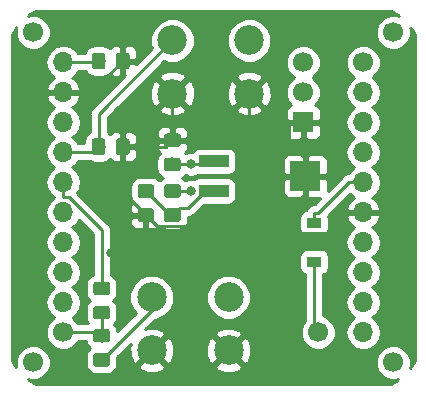
<source format=gbr>
G04 #@! TF.GenerationSoftware,KiCad,Pcbnew,(5.0.2)-1*
G04 #@! TF.CreationDate,2019-07-18T11:35:20+03:00*
G04 #@! TF.ProjectId,Breakout Board STM32L041x6 - TSSOP20,42726561-6b6f-4757-9420-426f61726420,rev?*
G04 #@! TF.SameCoordinates,Original*
G04 #@! TF.FileFunction,Copper,L2,Bot*
G04 #@! TF.FilePolarity,Positive*
%FSLAX46Y46*%
G04 Gerber Fmt 4.6, Leading zero omitted, Abs format (unit mm)*
G04 Created by KiCad (PCBNEW (5.0.2)-1) date 18-Jul-19 11:35:20*
%MOMM*%
%LPD*%
G01*
G04 APERTURE LIST*
G04 #@! TA.AperFunction,SMDPad,CuDef*
%ADD10R,2.500000X2.500000*%
G04 #@! TD*
G04 #@! TA.AperFunction,SMDPad,CuDef*
%ADD11R,2.500000X1.000000*%
G04 #@! TD*
G04 #@! TA.AperFunction,Conductor*
%ADD12C,0.100000*%
G04 #@! TD*
G04 #@! TA.AperFunction,SMDPad,CuDef*
%ADD13C,1.150000*%
G04 #@! TD*
G04 #@! TA.AperFunction,SMDPad,CuDef*
%ADD14R,1.200000X0.900000*%
G04 #@! TD*
G04 #@! TA.AperFunction,ComponentPad*
%ADD15C,2.500000*%
G04 #@! TD*
G04 #@! TA.AperFunction,ComponentPad*
%ADD16C,1.700000*%
G04 #@! TD*
G04 #@! TA.AperFunction,ComponentPad*
%ADD17R,1.700000X1.700000*%
G04 #@! TD*
G04 #@! TA.AperFunction,ComponentPad*
%ADD18O,1.700000X1.700000*%
G04 #@! TD*
G04 #@! TA.AperFunction,ViaPad*
%ADD19C,0.800000*%
G04 #@! TD*
G04 #@! TA.AperFunction,Conductor*
%ADD20C,0.250000*%
G04 #@! TD*
G04 #@! TA.AperFunction,Conductor*
%ADD21C,0.254000*%
G04 #@! TD*
G04 APERTURE END LIST*
D10*
G04 #@! TO.P,Y1,2*
G04 #@! TO.N,GND*
X139870000Y-73130000D03*
D11*
G04 #@! TO.P,Y1,3*
G04 #@! TO.N,Net-(C7-Pad1)*
X132120000Y-74380000D03*
G04 #@! TO.P,Y1,1*
G04 #@! TO.N,/osc32in*
X132120000Y-71880000D03*
G04 #@! TD*
D12*
G04 #@! TO.N,/nrst*
G04 #@! TO.C,C1*
G36*
X122719505Y-69931204D02*
X122743773Y-69934804D01*
X122767572Y-69940765D01*
X122790671Y-69949030D01*
X122812850Y-69959520D01*
X122833893Y-69972132D01*
X122853599Y-69986747D01*
X122871777Y-70003223D01*
X122888253Y-70021401D01*
X122902868Y-70041107D01*
X122915480Y-70062150D01*
X122925970Y-70084329D01*
X122934235Y-70107428D01*
X122940196Y-70131227D01*
X122943796Y-70155495D01*
X122945000Y-70179999D01*
X122945000Y-71080001D01*
X122943796Y-71104505D01*
X122940196Y-71128773D01*
X122934235Y-71152572D01*
X122925970Y-71175671D01*
X122915480Y-71197850D01*
X122902868Y-71218893D01*
X122888253Y-71238599D01*
X122871777Y-71256777D01*
X122853599Y-71273253D01*
X122833893Y-71287868D01*
X122812850Y-71300480D01*
X122790671Y-71310970D01*
X122767572Y-71319235D01*
X122743773Y-71325196D01*
X122719505Y-71328796D01*
X122695001Y-71330000D01*
X122044999Y-71330000D01*
X122020495Y-71328796D01*
X121996227Y-71325196D01*
X121972428Y-71319235D01*
X121949329Y-71310970D01*
X121927150Y-71300480D01*
X121906107Y-71287868D01*
X121886401Y-71273253D01*
X121868223Y-71256777D01*
X121851747Y-71238599D01*
X121837132Y-71218893D01*
X121824520Y-71197850D01*
X121814030Y-71175671D01*
X121805765Y-71152572D01*
X121799804Y-71128773D01*
X121796204Y-71104505D01*
X121795000Y-71080001D01*
X121795000Y-70179999D01*
X121796204Y-70155495D01*
X121799804Y-70131227D01*
X121805765Y-70107428D01*
X121814030Y-70084329D01*
X121824520Y-70062150D01*
X121837132Y-70041107D01*
X121851747Y-70021401D01*
X121868223Y-70003223D01*
X121886401Y-69986747D01*
X121906107Y-69972132D01*
X121927150Y-69959520D01*
X121949329Y-69949030D01*
X121972428Y-69940765D01*
X121996227Y-69934804D01*
X122020495Y-69931204D01*
X122044999Y-69930000D01*
X122695001Y-69930000D01*
X122719505Y-69931204D01*
X122719505Y-69931204D01*
G37*
D13*
G04 #@! TD*
G04 #@! TO.P,C1,1*
G04 #@! TO.N,/nrst*
X122370000Y-70630000D03*
D12*
G04 #@! TO.N,GND*
G04 #@! TO.C,C1*
G36*
X124769505Y-69931204D02*
X124793773Y-69934804D01*
X124817572Y-69940765D01*
X124840671Y-69949030D01*
X124862850Y-69959520D01*
X124883893Y-69972132D01*
X124903599Y-69986747D01*
X124921777Y-70003223D01*
X124938253Y-70021401D01*
X124952868Y-70041107D01*
X124965480Y-70062150D01*
X124975970Y-70084329D01*
X124984235Y-70107428D01*
X124990196Y-70131227D01*
X124993796Y-70155495D01*
X124995000Y-70179999D01*
X124995000Y-71080001D01*
X124993796Y-71104505D01*
X124990196Y-71128773D01*
X124984235Y-71152572D01*
X124975970Y-71175671D01*
X124965480Y-71197850D01*
X124952868Y-71218893D01*
X124938253Y-71238599D01*
X124921777Y-71256777D01*
X124903599Y-71273253D01*
X124883893Y-71287868D01*
X124862850Y-71300480D01*
X124840671Y-71310970D01*
X124817572Y-71319235D01*
X124793773Y-71325196D01*
X124769505Y-71328796D01*
X124745001Y-71330000D01*
X124094999Y-71330000D01*
X124070495Y-71328796D01*
X124046227Y-71325196D01*
X124022428Y-71319235D01*
X123999329Y-71310970D01*
X123977150Y-71300480D01*
X123956107Y-71287868D01*
X123936401Y-71273253D01*
X123918223Y-71256777D01*
X123901747Y-71238599D01*
X123887132Y-71218893D01*
X123874520Y-71197850D01*
X123864030Y-71175671D01*
X123855765Y-71152572D01*
X123849804Y-71128773D01*
X123846204Y-71104505D01*
X123845000Y-71080001D01*
X123845000Y-70179999D01*
X123846204Y-70155495D01*
X123849804Y-70131227D01*
X123855765Y-70107428D01*
X123864030Y-70084329D01*
X123874520Y-70062150D01*
X123887132Y-70041107D01*
X123901747Y-70021401D01*
X123918223Y-70003223D01*
X123936401Y-69986747D01*
X123956107Y-69972132D01*
X123977150Y-69959520D01*
X123999329Y-69949030D01*
X124022428Y-69940765D01*
X124046227Y-69934804D01*
X124070495Y-69931204D01*
X124094999Y-69930000D01*
X124745001Y-69930000D01*
X124769505Y-69931204D01*
X124769505Y-69931204D01*
G37*
D13*
G04 #@! TD*
G04 #@! TO.P,C1,2*
G04 #@! TO.N,GND*
X124420000Y-70630000D03*
D12*
G04 #@! TO.N,/osc32in*
G04 #@! TO.C,C6*
G36*
X129094505Y-71556204D02*
X129118773Y-71559804D01*
X129142572Y-71565765D01*
X129165671Y-71574030D01*
X129187850Y-71584520D01*
X129208893Y-71597132D01*
X129228599Y-71611747D01*
X129246777Y-71628223D01*
X129263253Y-71646401D01*
X129277868Y-71666107D01*
X129290480Y-71687150D01*
X129300970Y-71709329D01*
X129309235Y-71732428D01*
X129315196Y-71756227D01*
X129318796Y-71780495D01*
X129320000Y-71804999D01*
X129320000Y-72455001D01*
X129318796Y-72479505D01*
X129315196Y-72503773D01*
X129309235Y-72527572D01*
X129300970Y-72550671D01*
X129290480Y-72572850D01*
X129277868Y-72593893D01*
X129263253Y-72613599D01*
X129246777Y-72631777D01*
X129228599Y-72648253D01*
X129208893Y-72662868D01*
X129187850Y-72675480D01*
X129165671Y-72685970D01*
X129142572Y-72694235D01*
X129118773Y-72700196D01*
X129094505Y-72703796D01*
X129070001Y-72705000D01*
X128169999Y-72705000D01*
X128145495Y-72703796D01*
X128121227Y-72700196D01*
X128097428Y-72694235D01*
X128074329Y-72685970D01*
X128052150Y-72675480D01*
X128031107Y-72662868D01*
X128011401Y-72648253D01*
X127993223Y-72631777D01*
X127976747Y-72613599D01*
X127962132Y-72593893D01*
X127949520Y-72572850D01*
X127939030Y-72550671D01*
X127930765Y-72527572D01*
X127924804Y-72503773D01*
X127921204Y-72479505D01*
X127920000Y-72455001D01*
X127920000Y-71804999D01*
X127921204Y-71780495D01*
X127924804Y-71756227D01*
X127930765Y-71732428D01*
X127939030Y-71709329D01*
X127949520Y-71687150D01*
X127962132Y-71666107D01*
X127976747Y-71646401D01*
X127993223Y-71628223D01*
X128011401Y-71611747D01*
X128031107Y-71597132D01*
X128052150Y-71584520D01*
X128074329Y-71574030D01*
X128097428Y-71565765D01*
X128121227Y-71559804D01*
X128145495Y-71556204D01*
X128169999Y-71555000D01*
X129070001Y-71555000D01*
X129094505Y-71556204D01*
X129094505Y-71556204D01*
G37*
D13*
G04 #@! TD*
G04 #@! TO.P,C6,1*
G04 #@! TO.N,/osc32in*
X128620000Y-72130000D03*
D12*
G04 #@! TO.N,GND*
G04 #@! TO.C,C6*
G36*
X129094505Y-69506204D02*
X129118773Y-69509804D01*
X129142572Y-69515765D01*
X129165671Y-69524030D01*
X129187850Y-69534520D01*
X129208893Y-69547132D01*
X129228599Y-69561747D01*
X129246777Y-69578223D01*
X129263253Y-69596401D01*
X129277868Y-69616107D01*
X129290480Y-69637150D01*
X129300970Y-69659329D01*
X129309235Y-69682428D01*
X129315196Y-69706227D01*
X129318796Y-69730495D01*
X129320000Y-69754999D01*
X129320000Y-70405001D01*
X129318796Y-70429505D01*
X129315196Y-70453773D01*
X129309235Y-70477572D01*
X129300970Y-70500671D01*
X129290480Y-70522850D01*
X129277868Y-70543893D01*
X129263253Y-70563599D01*
X129246777Y-70581777D01*
X129228599Y-70598253D01*
X129208893Y-70612868D01*
X129187850Y-70625480D01*
X129165671Y-70635970D01*
X129142572Y-70644235D01*
X129118773Y-70650196D01*
X129094505Y-70653796D01*
X129070001Y-70655000D01*
X128169999Y-70655000D01*
X128145495Y-70653796D01*
X128121227Y-70650196D01*
X128097428Y-70644235D01*
X128074329Y-70635970D01*
X128052150Y-70625480D01*
X128031107Y-70612868D01*
X128011401Y-70598253D01*
X127993223Y-70581777D01*
X127976747Y-70563599D01*
X127962132Y-70543893D01*
X127949520Y-70522850D01*
X127939030Y-70500671D01*
X127930765Y-70477572D01*
X127924804Y-70453773D01*
X127921204Y-70429505D01*
X127920000Y-70405001D01*
X127920000Y-69754999D01*
X127921204Y-69730495D01*
X127924804Y-69706227D01*
X127930765Y-69682428D01*
X127939030Y-69659329D01*
X127949520Y-69637150D01*
X127962132Y-69616107D01*
X127976747Y-69596401D01*
X127993223Y-69578223D01*
X128011401Y-69561747D01*
X128031107Y-69547132D01*
X128052150Y-69534520D01*
X128074329Y-69524030D01*
X128097428Y-69515765D01*
X128121227Y-69509804D01*
X128145495Y-69506204D01*
X128169999Y-69505000D01*
X129070001Y-69505000D01*
X129094505Y-69506204D01*
X129094505Y-69506204D01*
G37*
D13*
G04 #@! TD*
G04 #@! TO.P,C6,2*
G04 #@! TO.N,GND*
X128620000Y-70080000D03*
D12*
G04 #@! TO.N,GND*
G04 #@! TO.C,C7*
G36*
X126844505Y-75856204D02*
X126868773Y-75859804D01*
X126892572Y-75865765D01*
X126915671Y-75874030D01*
X126937850Y-75884520D01*
X126958893Y-75897132D01*
X126978599Y-75911747D01*
X126996777Y-75928223D01*
X127013253Y-75946401D01*
X127027868Y-75966107D01*
X127040480Y-75987150D01*
X127050970Y-76009329D01*
X127059235Y-76032428D01*
X127065196Y-76056227D01*
X127068796Y-76080495D01*
X127070000Y-76104999D01*
X127070000Y-76755001D01*
X127068796Y-76779505D01*
X127065196Y-76803773D01*
X127059235Y-76827572D01*
X127050970Y-76850671D01*
X127040480Y-76872850D01*
X127027868Y-76893893D01*
X127013253Y-76913599D01*
X126996777Y-76931777D01*
X126978599Y-76948253D01*
X126958893Y-76962868D01*
X126937850Y-76975480D01*
X126915671Y-76985970D01*
X126892572Y-76994235D01*
X126868773Y-77000196D01*
X126844505Y-77003796D01*
X126820001Y-77005000D01*
X125919999Y-77005000D01*
X125895495Y-77003796D01*
X125871227Y-77000196D01*
X125847428Y-76994235D01*
X125824329Y-76985970D01*
X125802150Y-76975480D01*
X125781107Y-76962868D01*
X125761401Y-76948253D01*
X125743223Y-76931777D01*
X125726747Y-76913599D01*
X125712132Y-76893893D01*
X125699520Y-76872850D01*
X125689030Y-76850671D01*
X125680765Y-76827572D01*
X125674804Y-76803773D01*
X125671204Y-76779505D01*
X125670000Y-76755001D01*
X125670000Y-76104999D01*
X125671204Y-76080495D01*
X125674804Y-76056227D01*
X125680765Y-76032428D01*
X125689030Y-76009329D01*
X125699520Y-75987150D01*
X125712132Y-75966107D01*
X125726747Y-75946401D01*
X125743223Y-75928223D01*
X125761401Y-75911747D01*
X125781107Y-75897132D01*
X125802150Y-75884520D01*
X125824329Y-75874030D01*
X125847428Y-75865765D01*
X125871227Y-75859804D01*
X125895495Y-75856204D01*
X125919999Y-75855000D01*
X126820001Y-75855000D01*
X126844505Y-75856204D01*
X126844505Y-75856204D01*
G37*
D13*
G04 #@! TD*
G04 #@! TO.P,C7,2*
G04 #@! TO.N,GND*
X126370000Y-76430000D03*
D12*
G04 #@! TO.N,Net-(C7-Pad1)*
G04 #@! TO.C,C7*
G36*
X126844505Y-73806204D02*
X126868773Y-73809804D01*
X126892572Y-73815765D01*
X126915671Y-73824030D01*
X126937850Y-73834520D01*
X126958893Y-73847132D01*
X126978599Y-73861747D01*
X126996777Y-73878223D01*
X127013253Y-73896401D01*
X127027868Y-73916107D01*
X127040480Y-73937150D01*
X127050970Y-73959329D01*
X127059235Y-73982428D01*
X127065196Y-74006227D01*
X127068796Y-74030495D01*
X127070000Y-74054999D01*
X127070000Y-74705001D01*
X127068796Y-74729505D01*
X127065196Y-74753773D01*
X127059235Y-74777572D01*
X127050970Y-74800671D01*
X127040480Y-74822850D01*
X127027868Y-74843893D01*
X127013253Y-74863599D01*
X126996777Y-74881777D01*
X126978599Y-74898253D01*
X126958893Y-74912868D01*
X126937850Y-74925480D01*
X126915671Y-74935970D01*
X126892572Y-74944235D01*
X126868773Y-74950196D01*
X126844505Y-74953796D01*
X126820001Y-74955000D01*
X125919999Y-74955000D01*
X125895495Y-74953796D01*
X125871227Y-74950196D01*
X125847428Y-74944235D01*
X125824329Y-74935970D01*
X125802150Y-74925480D01*
X125781107Y-74912868D01*
X125761401Y-74898253D01*
X125743223Y-74881777D01*
X125726747Y-74863599D01*
X125712132Y-74843893D01*
X125699520Y-74822850D01*
X125689030Y-74800671D01*
X125680765Y-74777572D01*
X125674804Y-74753773D01*
X125671204Y-74729505D01*
X125670000Y-74705001D01*
X125670000Y-74054999D01*
X125671204Y-74030495D01*
X125674804Y-74006227D01*
X125680765Y-73982428D01*
X125689030Y-73959329D01*
X125699520Y-73937150D01*
X125712132Y-73916107D01*
X125726747Y-73896401D01*
X125743223Y-73878223D01*
X125761401Y-73861747D01*
X125781107Y-73847132D01*
X125802150Y-73834520D01*
X125824329Y-73824030D01*
X125847428Y-73815765D01*
X125871227Y-73809804D01*
X125895495Y-73806204D01*
X125919999Y-73805000D01*
X126820001Y-73805000D01*
X126844505Y-73806204D01*
X126844505Y-73806204D01*
G37*
D13*
G04 #@! TD*
G04 #@! TO.P,C7,1*
G04 #@! TO.N,Net-(C7-Pad1)*
X126370000Y-74380000D03*
D14*
G04 #@! TO.P,D3,1*
G04 #@! TO.N,/vdd*
X140620000Y-77080000D03*
G04 #@! TO.P,D3,2*
G04 #@! TO.N,/vddext*
X140620000Y-80380000D03*
G04 #@! TD*
D12*
G04 #@! TO.N,GND*
G04 #@! TO.C,R1*
G36*
X124769505Y-62681204D02*
X124793773Y-62684804D01*
X124817572Y-62690765D01*
X124840671Y-62699030D01*
X124862850Y-62709520D01*
X124883893Y-62722132D01*
X124903599Y-62736747D01*
X124921777Y-62753223D01*
X124938253Y-62771401D01*
X124952868Y-62791107D01*
X124965480Y-62812150D01*
X124975970Y-62834329D01*
X124984235Y-62857428D01*
X124990196Y-62881227D01*
X124993796Y-62905495D01*
X124995000Y-62929999D01*
X124995000Y-63830001D01*
X124993796Y-63854505D01*
X124990196Y-63878773D01*
X124984235Y-63902572D01*
X124975970Y-63925671D01*
X124965480Y-63947850D01*
X124952868Y-63968893D01*
X124938253Y-63988599D01*
X124921777Y-64006777D01*
X124903599Y-64023253D01*
X124883893Y-64037868D01*
X124862850Y-64050480D01*
X124840671Y-64060970D01*
X124817572Y-64069235D01*
X124793773Y-64075196D01*
X124769505Y-64078796D01*
X124745001Y-64080000D01*
X124094999Y-64080000D01*
X124070495Y-64078796D01*
X124046227Y-64075196D01*
X124022428Y-64069235D01*
X123999329Y-64060970D01*
X123977150Y-64050480D01*
X123956107Y-64037868D01*
X123936401Y-64023253D01*
X123918223Y-64006777D01*
X123901747Y-63988599D01*
X123887132Y-63968893D01*
X123874520Y-63947850D01*
X123864030Y-63925671D01*
X123855765Y-63902572D01*
X123849804Y-63878773D01*
X123846204Y-63854505D01*
X123845000Y-63830001D01*
X123845000Y-62929999D01*
X123846204Y-62905495D01*
X123849804Y-62881227D01*
X123855765Y-62857428D01*
X123864030Y-62834329D01*
X123874520Y-62812150D01*
X123887132Y-62791107D01*
X123901747Y-62771401D01*
X123918223Y-62753223D01*
X123936401Y-62736747D01*
X123956107Y-62722132D01*
X123977150Y-62709520D01*
X123999329Y-62699030D01*
X124022428Y-62690765D01*
X124046227Y-62684804D01*
X124070495Y-62681204D01*
X124094999Y-62680000D01*
X124745001Y-62680000D01*
X124769505Y-62681204D01*
X124769505Y-62681204D01*
G37*
D13*
G04 #@! TD*
G04 #@! TO.P,R1,2*
G04 #@! TO.N,GND*
X124420000Y-63380000D03*
D12*
G04 #@! TO.N,/boot*
G04 #@! TO.C,R1*
G36*
X122719505Y-62681204D02*
X122743773Y-62684804D01*
X122767572Y-62690765D01*
X122790671Y-62699030D01*
X122812850Y-62709520D01*
X122833893Y-62722132D01*
X122853599Y-62736747D01*
X122871777Y-62753223D01*
X122888253Y-62771401D01*
X122902868Y-62791107D01*
X122915480Y-62812150D01*
X122925970Y-62834329D01*
X122934235Y-62857428D01*
X122940196Y-62881227D01*
X122943796Y-62905495D01*
X122945000Y-62929999D01*
X122945000Y-63830001D01*
X122943796Y-63854505D01*
X122940196Y-63878773D01*
X122934235Y-63902572D01*
X122925970Y-63925671D01*
X122915480Y-63947850D01*
X122902868Y-63968893D01*
X122888253Y-63988599D01*
X122871777Y-64006777D01*
X122853599Y-64023253D01*
X122833893Y-64037868D01*
X122812850Y-64050480D01*
X122790671Y-64060970D01*
X122767572Y-64069235D01*
X122743773Y-64075196D01*
X122719505Y-64078796D01*
X122695001Y-64080000D01*
X122044999Y-64080000D01*
X122020495Y-64078796D01*
X121996227Y-64075196D01*
X121972428Y-64069235D01*
X121949329Y-64060970D01*
X121927150Y-64050480D01*
X121906107Y-64037868D01*
X121886401Y-64023253D01*
X121868223Y-64006777D01*
X121851747Y-63988599D01*
X121837132Y-63968893D01*
X121824520Y-63947850D01*
X121814030Y-63925671D01*
X121805765Y-63902572D01*
X121799804Y-63878773D01*
X121796204Y-63854505D01*
X121795000Y-63830001D01*
X121795000Y-62929999D01*
X121796204Y-62905495D01*
X121799804Y-62881227D01*
X121805765Y-62857428D01*
X121814030Y-62834329D01*
X121824520Y-62812150D01*
X121837132Y-62791107D01*
X121851747Y-62771401D01*
X121868223Y-62753223D01*
X121886401Y-62736747D01*
X121906107Y-62722132D01*
X121927150Y-62709520D01*
X121949329Y-62699030D01*
X121972428Y-62690765D01*
X121996227Y-62684804D01*
X122020495Y-62681204D01*
X122044999Y-62680000D01*
X122695001Y-62680000D01*
X122719505Y-62681204D01*
X122719505Y-62681204D01*
G37*
D13*
G04 #@! TD*
G04 #@! TO.P,R1,1*
G04 #@! TO.N,/boot*
X122370000Y-63380000D03*
D12*
G04 #@! TO.N,Net-(C7-Pad1)*
G04 #@! TO.C,R4*
G36*
X129094505Y-75856204D02*
X129118773Y-75859804D01*
X129142572Y-75865765D01*
X129165671Y-75874030D01*
X129187850Y-75884520D01*
X129208893Y-75897132D01*
X129228599Y-75911747D01*
X129246777Y-75928223D01*
X129263253Y-75946401D01*
X129277868Y-75966107D01*
X129290480Y-75987150D01*
X129300970Y-76009329D01*
X129309235Y-76032428D01*
X129315196Y-76056227D01*
X129318796Y-76080495D01*
X129320000Y-76104999D01*
X129320000Y-76755001D01*
X129318796Y-76779505D01*
X129315196Y-76803773D01*
X129309235Y-76827572D01*
X129300970Y-76850671D01*
X129290480Y-76872850D01*
X129277868Y-76893893D01*
X129263253Y-76913599D01*
X129246777Y-76931777D01*
X129228599Y-76948253D01*
X129208893Y-76962868D01*
X129187850Y-76975480D01*
X129165671Y-76985970D01*
X129142572Y-76994235D01*
X129118773Y-77000196D01*
X129094505Y-77003796D01*
X129070001Y-77005000D01*
X128169999Y-77005000D01*
X128145495Y-77003796D01*
X128121227Y-77000196D01*
X128097428Y-76994235D01*
X128074329Y-76985970D01*
X128052150Y-76975480D01*
X128031107Y-76962868D01*
X128011401Y-76948253D01*
X127993223Y-76931777D01*
X127976747Y-76913599D01*
X127962132Y-76893893D01*
X127949520Y-76872850D01*
X127939030Y-76850671D01*
X127930765Y-76827572D01*
X127924804Y-76803773D01*
X127921204Y-76779505D01*
X127920000Y-76755001D01*
X127920000Y-76104999D01*
X127921204Y-76080495D01*
X127924804Y-76056227D01*
X127930765Y-76032428D01*
X127939030Y-76009329D01*
X127949520Y-75987150D01*
X127962132Y-75966107D01*
X127976747Y-75946401D01*
X127993223Y-75928223D01*
X128011401Y-75911747D01*
X128031107Y-75897132D01*
X128052150Y-75884520D01*
X128074329Y-75874030D01*
X128097428Y-75865765D01*
X128121227Y-75859804D01*
X128145495Y-75856204D01*
X128169999Y-75855000D01*
X129070001Y-75855000D01*
X129094505Y-75856204D01*
X129094505Y-75856204D01*
G37*
D13*
G04 #@! TD*
G04 #@! TO.P,R4,2*
G04 #@! TO.N,Net-(C7-Pad1)*
X128620000Y-76430000D03*
D12*
G04 #@! TO.N,/osc32out*
G04 #@! TO.C,R4*
G36*
X129094505Y-73806204D02*
X129118773Y-73809804D01*
X129142572Y-73815765D01*
X129165671Y-73824030D01*
X129187850Y-73834520D01*
X129208893Y-73847132D01*
X129228599Y-73861747D01*
X129246777Y-73878223D01*
X129263253Y-73896401D01*
X129277868Y-73916107D01*
X129290480Y-73937150D01*
X129300970Y-73959329D01*
X129309235Y-73982428D01*
X129315196Y-74006227D01*
X129318796Y-74030495D01*
X129320000Y-74054999D01*
X129320000Y-74705001D01*
X129318796Y-74729505D01*
X129315196Y-74753773D01*
X129309235Y-74777572D01*
X129300970Y-74800671D01*
X129290480Y-74822850D01*
X129277868Y-74843893D01*
X129263253Y-74863599D01*
X129246777Y-74881777D01*
X129228599Y-74898253D01*
X129208893Y-74912868D01*
X129187850Y-74925480D01*
X129165671Y-74935970D01*
X129142572Y-74944235D01*
X129118773Y-74950196D01*
X129094505Y-74953796D01*
X129070001Y-74955000D01*
X128169999Y-74955000D01*
X128145495Y-74953796D01*
X128121227Y-74950196D01*
X128097428Y-74944235D01*
X128074329Y-74935970D01*
X128052150Y-74925480D01*
X128031107Y-74912868D01*
X128011401Y-74898253D01*
X127993223Y-74881777D01*
X127976747Y-74863599D01*
X127962132Y-74843893D01*
X127949520Y-74822850D01*
X127939030Y-74800671D01*
X127930765Y-74777572D01*
X127924804Y-74753773D01*
X127921204Y-74729505D01*
X127920000Y-74705001D01*
X127920000Y-74054999D01*
X127921204Y-74030495D01*
X127924804Y-74006227D01*
X127930765Y-73982428D01*
X127939030Y-73959329D01*
X127949520Y-73937150D01*
X127962132Y-73916107D01*
X127976747Y-73896401D01*
X127993223Y-73878223D01*
X128011401Y-73861747D01*
X128031107Y-73847132D01*
X128052150Y-73834520D01*
X128074329Y-73824030D01*
X128097428Y-73815765D01*
X128121227Y-73809804D01*
X128145495Y-73806204D01*
X128169999Y-73805000D01*
X129070001Y-73805000D01*
X129094505Y-73806204D01*
X129094505Y-73806204D01*
G37*
D13*
G04 #@! TD*
G04 #@! TO.P,R4,1*
G04 #@! TO.N,/osc32out*
X128620000Y-74380000D03*
D15*
G04 #@! TO.P,SW1,1*
G04 #@! TO.N,GND*
X135120000Y-66130000D03*
X128620000Y-66130000D03*
G04 #@! TO.P,SW1,2*
G04 #@! TO.N,/nrst*
X135120000Y-61630000D03*
X128620000Y-61630000D03*
G04 #@! TD*
D16*
G04 #@! TO.P,TP1,1*
G04 #@! TO.N,/swdio*
X139700000Y-66040000D03*
G04 #@! TD*
G04 #@! TO.P,TP2,1*
G04 #@! TO.N,/swclk*
X139700000Y-63500000D03*
G04 #@! TD*
G04 #@! TO.P,TP3,1*
G04 #@! TO.N,/vddext*
X140970000Y-86360000D03*
G04 #@! TD*
D17*
G04 #@! TO.P,TP4,1*
G04 #@! TO.N,GND*
X139700000Y-68580000D03*
G04 #@! TD*
D15*
G04 #@! TO.P,SW2,1*
G04 #@! TO.N,GND*
X133370000Y-87880000D03*
X126870000Y-87880000D03*
G04 #@! TO.P,SW2,2*
G04 #@! TO.N,Net-(R5-Pad2)*
X133370000Y-83380000D03*
X126870000Y-83380000D03*
G04 #@! TD*
D12*
G04 #@! TO.N,/switch*
G04 #@! TO.C,R5*
G36*
X123094505Y-86056204D02*
X123118773Y-86059804D01*
X123142572Y-86065765D01*
X123165671Y-86074030D01*
X123187850Y-86084520D01*
X123208893Y-86097132D01*
X123228599Y-86111747D01*
X123246777Y-86128223D01*
X123263253Y-86146401D01*
X123277868Y-86166107D01*
X123290480Y-86187150D01*
X123300970Y-86209329D01*
X123309235Y-86232428D01*
X123315196Y-86256227D01*
X123318796Y-86280495D01*
X123320000Y-86304999D01*
X123320000Y-86955001D01*
X123318796Y-86979505D01*
X123315196Y-87003773D01*
X123309235Y-87027572D01*
X123300970Y-87050671D01*
X123290480Y-87072850D01*
X123277868Y-87093893D01*
X123263253Y-87113599D01*
X123246777Y-87131777D01*
X123228599Y-87148253D01*
X123208893Y-87162868D01*
X123187850Y-87175480D01*
X123165671Y-87185970D01*
X123142572Y-87194235D01*
X123118773Y-87200196D01*
X123094505Y-87203796D01*
X123070001Y-87205000D01*
X122169999Y-87205000D01*
X122145495Y-87203796D01*
X122121227Y-87200196D01*
X122097428Y-87194235D01*
X122074329Y-87185970D01*
X122052150Y-87175480D01*
X122031107Y-87162868D01*
X122011401Y-87148253D01*
X121993223Y-87131777D01*
X121976747Y-87113599D01*
X121962132Y-87093893D01*
X121949520Y-87072850D01*
X121939030Y-87050671D01*
X121930765Y-87027572D01*
X121924804Y-87003773D01*
X121921204Y-86979505D01*
X121920000Y-86955001D01*
X121920000Y-86304999D01*
X121921204Y-86280495D01*
X121924804Y-86256227D01*
X121930765Y-86232428D01*
X121939030Y-86209329D01*
X121949520Y-86187150D01*
X121962132Y-86166107D01*
X121976747Y-86146401D01*
X121993223Y-86128223D01*
X122011401Y-86111747D01*
X122031107Y-86097132D01*
X122052150Y-86084520D01*
X122074329Y-86074030D01*
X122097428Y-86065765D01*
X122121227Y-86059804D01*
X122145495Y-86056204D01*
X122169999Y-86055000D01*
X123070001Y-86055000D01*
X123094505Y-86056204D01*
X123094505Y-86056204D01*
G37*
D13*
G04 #@! TD*
G04 #@! TO.P,R5,1*
G04 #@! TO.N,/switch*
X122620000Y-86630000D03*
D12*
G04 #@! TO.N,Net-(R5-Pad2)*
G04 #@! TO.C,R5*
G36*
X123094505Y-88106204D02*
X123118773Y-88109804D01*
X123142572Y-88115765D01*
X123165671Y-88124030D01*
X123187850Y-88134520D01*
X123208893Y-88147132D01*
X123228599Y-88161747D01*
X123246777Y-88178223D01*
X123263253Y-88196401D01*
X123277868Y-88216107D01*
X123290480Y-88237150D01*
X123300970Y-88259329D01*
X123309235Y-88282428D01*
X123315196Y-88306227D01*
X123318796Y-88330495D01*
X123320000Y-88354999D01*
X123320000Y-89005001D01*
X123318796Y-89029505D01*
X123315196Y-89053773D01*
X123309235Y-89077572D01*
X123300970Y-89100671D01*
X123290480Y-89122850D01*
X123277868Y-89143893D01*
X123263253Y-89163599D01*
X123246777Y-89181777D01*
X123228599Y-89198253D01*
X123208893Y-89212868D01*
X123187850Y-89225480D01*
X123165671Y-89235970D01*
X123142572Y-89244235D01*
X123118773Y-89250196D01*
X123094505Y-89253796D01*
X123070001Y-89255000D01*
X122169999Y-89255000D01*
X122145495Y-89253796D01*
X122121227Y-89250196D01*
X122097428Y-89244235D01*
X122074329Y-89235970D01*
X122052150Y-89225480D01*
X122031107Y-89212868D01*
X122011401Y-89198253D01*
X121993223Y-89181777D01*
X121976747Y-89163599D01*
X121962132Y-89143893D01*
X121949520Y-89122850D01*
X121939030Y-89100671D01*
X121930765Y-89077572D01*
X121924804Y-89053773D01*
X121921204Y-89029505D01*
X121920000Y-89005001D01*
X121920000Y-88354999D01*
X121921204Y-88330495D01*
X121924804Y-88306227D01*
X121930765Y-88282428D01*
X121939030Y-88259329D01*
X121949520Y-88237150D01*
X121962132Y-88216107D01*
X121976747Y-88196401D01*
X121993223Y-88178223D01*
X122011401Y-88161747D01*
X122031107Y-88147132D01*
X122052150Y-88134520D01*
X122074329Y-88124030D01*
X122097428Y-88115765D01*
X122121227Y-88109804D01*
X122145495Y-88106204D01*
X122169999Y-88105000D01*
X123070001Y-88105000D01*
X123094505Y-88106204D01*
X123094505Y-88106204D01*
G37*
D13*
G04 #@! TD*
G04 #@! TO.P,R5,2*
G04 #@! TO.N,Net-(R5-Pad2)*
X122620000Y-88680000D03*
D16*
G04 #@! TO.P,J1,1*
G04 #@! TO.N,/switch*
X119380000Y-86360000D03*
D18*
G04 #@! TO.P,J1,2*
G04 #@! TO.N,/pa3*
X119380000Y-83820000D03*
G04 #@! TO.P,J1,3*
G04 #@! TO.N,/pa2*
X119380000Y-81280000D03*
G04 #@! TO.P,J1,4*
G04 #@! TO.N,/pa1*
X119380000Y-78740000D03*
G04 #@! TO.P,J1,5*
G04 #@! TO.N,/pa0*
X119380000Y-76200000D03*
G04 #@! TO.P,J1,6*
G04 #@! TO.N,/vdd*
X119380000Y-73660000D03*
G04 #@! TO.P,J1,7*
G04 #@! TO.N,/nrst*
X119380000Y-71120000D03*
G04 #@! TO.P,J1,8*
G04 #@! TO.N,/key*
X119380000Y-68580000D03*
G04 #@! TO.P,J1,9*
G04 #@! TO.N,GND*
X119380000Y-66040000D03*
G04 #@! TO.P,J1,10*
G04 #@! TO.N,/boot*
X119380000Y-63500000D03*
G04 #@! TD*
G04 #@! TO.P,J2,10*
G04 #@! TO.N,/led*
X144780000Y-86360000D03*
G04 #@! TO.P,J2,9*
G04 #@! TO.N,/pa6*
X144780000Y-83820000D03*
G04 #@! TO.P,J2,8*
G04 #@! TO.N,/pa7*
X144780000Y-81280000D03*
G04 #@! TO.P,J2,7*
G04 #@! TO.N,/pb1*
X144780000Y-78740000D03*
G04 #@! TO.P,J2,6*
G04 #@! TO.N,GND*
X144780000Y-76200000D03*
G04 #@! TO.P,J2,5*
G04 #@! TO.N,/vdd*
X144780000Y-73660000D03*
G04 #@! TO.P,J2,4*
G04 #@! TO.N,/pa9*
X144780000Y-71120000D03*
G04 #@! TO.P,J2,3*
G04 #@! TO.N,/pa10*
X144780000Y-68580000D03*
G04 #@! TO.P,J2,2*
G04 #@! TO.N,/swdio*
X144780000Y-66040000D03*
D16*
G04 #@! TO.P,J2,1*
G04 #@! TO.N,/swclk*
X144780000Y-63500000D03*
G04 #@! TD*
D12*
G04 #@! TO.N,/vdd*
G04 #@! TO.C,R6*
G36*
X123094505Y-82056204D02*
X123118773Y-82059804D01*
X123142572Y-82065765D01*
X123165671Y-82074030D01*
X123187850Y-82084520D01*
X123208893Y-82097132D01*
X123228599Y-82111747D01*
X123246777Y-82128223D01*
X123263253Y-82146401D01*
X123277868Y-82166107D01*
X123290480Y-82187150D01*
X123300970Y-82209329D01*
X123309235Y-82232428D01*
X123315196Y-82256227D01*
X123318796Y-82280495D01*
X123320000Y-82304999D01*
X123320000Y-82955001D01*
X123318796Y-82979505D01*
X123315196Y-83003773D01*
X123309235Y-83027572D01*
X123300970Y-83050671D01*
X123290480Y-83072850D01*
X123277868Y-83093893D01*
X123263253Y-83113599D01*
X123246777Y-83131777D01*
X123228599Y-83148253D01*
X123208893Y-83162868D01*
X123187850Y-83175480D01*
X123165671Y-83185970D01*
X123142572Y-83194235D01*
X123118773Y-83200196D01*
X123094505Y-83203796D01*
X123070001Y-83205000D01*
X122169999Y-83205000D01*
X122145495Y-83203796D01*
X122121227Y-83200196D01*
X122097428Y-83194235D01*
X122074329Y-83185970D01*
X122052150Y-83175480D01*
X122031107Y-83162868D01*
X122011401Y-83148253D01*
X121993223Y-83131777D01*
X121976747Y-83113599D01*
X121962132Y-83093893D01*
X121949520Y-83072850D01*
X121939030Y-83050671D01*
X121930765Y-83027572D01*
X121924804Y-83003773D01*
X121921204Y-82979505D01*
X121920000Y-82955001D01*
X121920000Y-82304999D01*
X121921204Y-82280495D01*
X121924804Y-82256227D01*
X121930765Y-82232428D01*
X121939030Y-82209329D01*
X121949520Y-82187150D01*
X121962132Y-82166107D01*
X121976747Y-82146401D01*
X121993223Y-82128223D01*
X122011401Y-82111747D01*
X122031107Y-82097132D01*
X122052150Y-82084520D01*
X122074329Y-82074030D01*
X122097428Y-82065765D01*
X122121227Y-82059804D01*
X122145495Y-82056204D01*
X122169999Y-82055000D01*
X123070001Y-82055000D01*
X123094505Y-82056204D01*
X123094505Y-82056204D01*
G37*
D13*
G04 #@! TD*
G04 #@! TO.P,R6,1*
G04 #@! TO.N,/vdd*
X122620000Y-82630000D03*
D12*
G04 #@! TO.N,/switch*
G04 #@! TO.C,R6*
G36*
X123094505Y-84106204D02*
X123118773Y-84109804D01*
X123142572Y-84115765D01*
X123165671Y-84124030D01*
X123187850Y-84134520D01*
X123208893Y-84147132D01*
X123228599Y-84161747D01*
X123246777Y-84178223D01*
X123263253Y-84196401D01*
X123277868Y-84216107D01*
X123290480Y-84237150D01*
X123300970Y-84259329D01*
X123309235Y-84282428D01*
X123315196Y-84306227D01*
X123318796Y-84330495D01*
X123320000Y-84354999D01*
X123320000Y-85005001D01*
X123318796Y-85029505D01*
X123315196Y-85053773D01*
X123309235Y-85077572D01*
X123300970Y-85100671D01*
X123290480Y-85122850D01*
X123277868Y-85143893D01*
X123263253Y-85163599D01*
X123246777Y-85181777D01*
X123228599Y-85198253D01*
X123208893Y-85212868D01*
X123187850Y-85225480D01*
X123165671Y-85235970D01*
X123142572Y-85244235D01*
X123118773Y-85250196D01*
X123094505Y-85253796D01*
X123070001Y-85255000D01*
X122169999Y-85255000D01*
X122145495Y-85253796D01*
X122121227Y-85250196D01*
X122097428Y-85244235D01*
X122074329Y-85235970D01*
X122052150Y-85225480D01*
X122031107Y-85212868D01*
X122011401Y-85198253D01*
X121993223Y-85181777D01*
X121976747Y-85163599D01*
X121962132Y-85143893D01*
X121949520Y-85122850D01*
X121939030Y-85100671D01*
X121930765Y-85077572D01*
X121924804Y-85053773D01*
X121921204Y-85029505D01*
X121920000Y-85005001D01*
X121920000Y-84354999D01*
X121921204Y-84330495D01*
X121924804Y-84306227D01*
X121930765Y-84282428D01*
X121939030Y-84259329D01*
X121949520Y-84237150D01*
X121962132Y-84216107D01*
X121976747Y-84196401D01*
X121993223Y-84178223D01*
X122011401Y-84161747D01*
X122031107Y-84147132D01*
X122052150Y-84134520D01*
X122074329Y-84124030D01*
X122097428Y-84115765D01*
X122121227Y-84109804D01*
X122145495Y-84106204D01*
X122169999Y-84105000D01*
X123070001Y-84105000D01*
X123094505Y-84106204D01*
X123094505Y-84106204D01*
G37*
D13*
G04 #@! TD*
G04 #@! TO.P,R6,2*
G04 #@! TO.N,/switch*
X122620000Y-84680000D03*
D16*
G04 #@! TO.P,TP5,1*
G04 #@! TO.N,Net-(TP5-Pad1)*
X116840000Y-60960000D03*
G04 #@! TD*
G04 #@! TO.P,TP6,1*
G04 #@! TO.N,Net-(TP6-Pad1)*
X147320000Y-60960000D03*
G04 #@! TD*
G04 #@! TO.P,TP7,1*
G04 #@! TO.N,Net-(TP7-Pad1)*
X116840000Y-88900000D03*
G04 #@! TD*
G04 #@! TO.P,TP8,1*
G04 #@! TO.N,Net-(TP8-Pad1)*
X147320000Y-88900000D03*
G04 #@! TD*
D19*
G04 #@! TO.N,GND*
X123444000Y-79629000D03*
X124206000Y-77724000D03*
X142240000Y-81280000D03*
X142240000Y-83820000D03*
X141986000Y-64770000D03*
X136652000Y-70866000D03*
X142494000Y-72390000D03*
X121666000Y-80010000D03*
G04 #@! TO.N,/osc32in*
X130193000Y-72123700D03*
G04 #@! TO.N,/osc32out*
X130195000Y-74380000D03*
G04 #@! TD*
D20*
G04 #@! TO.N,/nrst*
X128620000Y-61630000D02*
X122370000Y-67880000D01*
X122370000Y-67880000D02*
X122370000Y-70630000D01*
X119380000Y-71120000D02*
X121880000Y-71120000D01*
X121880000Y-71120000D02*
X122370000Y-70630000D01*
G04 #@! TO.N,GND*
X144780000Y-76200000D02*
X143554700Y-76200000D01*
X137244500Y-77255500D02*
X137894400Y-77905400D01*
X137894400Y-77905400D02*
X141849300Y-77905400D01*
X141849300Y-77905400D02*
X143554700Y-76200000D01*
X137244500Y-77255500D02*
X137120000Y-77380000D01*
X137120000Y-77380000D02*
X135932600Y-77380000D01*
X139870000Y-73130000D02*
X139870000Y-74630000D01*
X139870000Y-74630000D02*
X137244500Y-77255500D01*
X139700000Y-68580000D02*
X138474700Y-68580000D01*
X138200000Y-70080000D02*
X138474700Y-69805300D01*
X138474700Y-69805300D02*
X138474700Y-68580000D01*
X138200000Y-70080000D02*
X138320000Y-70080000D01*
X138320000Y-70080000D02*
X139870000Y-71630000D01*
X139870000Y-71630000D02*
X139870000Y-73130000D01*
X133410000Y-70080000D02*
X138200000Y-70080000D01*
X133410000Y-70080000D02*
X135120000Y-68370000D01*
X135120000Y-68370000D02*
X135120000Y-66130000D01*
X128620000Y-70080000D02*
X133410000Y-70080000D01*
X135932600Y-77380000D02*
X135932600Y-85317400D01*
X135932600Y-85317400D02*
X133370000Y-87880000D01*
X135932600Y-77380000D02*
X127320000Y-77380000D01*
X127320000Y-77380000D02*
X126370000Y-76430000D01*
X124420000Y-63380000D02*
X121760000Y-66040000D01*
X121760000Y-66040000D02*
X119380000Y-66040000D01*
X128620000Y-66130000D02*
X128620000Y-70080000D01*
X124420000Y-70630000D02*
X128070000Y-70630000D01*
X128070000Y-70630000D02*
X128620000Y-70080000D01*
X126370000Y-76430000D02*
X124420000Y-74480000D01*
X124420000Y-74480000D02*
X124420000Y-70630000D01*
G04 #@! TO.N,/vdd*
X140620000Y-77080000D02*
X140620000Y-76254700D01*
X144780000Y-73660000D02*
X143554700Y-73660000D01*
X143554700Y-73660000D02*
X140960000Y-76254700D01*
X140960000Y-76254700D02*
X140620000Y-76254700D01*
X119380000Y-73660000D02*
X119380000Y-74885300D01*
X119380000Y-74885300D02*
X119839500Y-74885300D01*
X119839500Y-74885300D02*
X122620000Y-77665800D01*
X122620000Y-77665800D02*
X122620000Y-82630000D01*
G04 #@! TO.N,/osc32in*
X128620000Y-72130000D02*
X130193000Y-72123700D01*
X130193000Y-72123700D02*
X131870000Y-72130000D01*
X131870000Y-72130000D02*
X132120000Y-71880000D01*
G04 #@! TO.N,Net-(C7-Pad1)*
X126370000Y-74380000D02*
X128420000Y-76430000D01*
X128420000Y-76430000D02*
X128620000Y-76430000D01*
X128620000Y-76430000D02*
X129243000Y-75806600D01*
X129243000Y-75806600D02*
X129943000Y-75806600D01*
X129943000Y-75806600D02*
X131370000Y-74380000D01*
X131370000Y-74380000D02*
X132120000Y-74380000D01*
G04 #@! TO.N,/vddext*
X140970000Y-86360000D02*
X140620000Y-86010000D01*
X140620000Y-86010000D02*
X140620000Y-80380000D01*
G04 #@! TO.N,/boot*
X119380000Y-63500000D02*
X122250000Y-63500000D01*
X122250000Y-63500000D02*
X122370000Y-63380000D01*
G04 #@! TO.N,/osc32out*
X130195000Y-74380000D02*
X128620000Y-74380000D01*
X128870000Y-74130000D02*
X128620000Y-74380000D01*
G04 #@! TO.N,Net-(R5-Pad2)*
X126870000Y-83380000D02*
X126870000Y-84430000D01*
X126870000Y-84430000D02*
X122620000Y-88680000D01*
G04 #@! TO.N,/switch*
X122350000Y-86360000D02*
X122620000Y-86630000D01*
X119380000Y-86360000D02*
X122350000Y-86360000D01*
X122620000Y-84680000D02*
X122620000Y-86090000D01*
X122620000Y-86090000D02*
X122350000Y-86360000D01*
G04 #@! TD*
D21*
G04 #@! TO.N,GND*
G36*
X147718125Y-59495114D02*
X147767062Y-59537827D01*
X147615385Y-59475000D01*
X147024615Y-59475000D01*
X146478815Y-59701078D01*
X146061078Y-60118815D01*
X145835000Y-60664615D01*
X145835000Y-61255385D01*
X146061078Y-61801185D01*
X146478815Y-62218922D01*
X147024615Y-62445000D01*
X147615385Y-62445000D01*
X148161185Y-62218922D01*
X148578922Y-61801185D01*
X148805000Y-61255385D01*
X148805000Y-60664615D01*
X148754368Y-60542379D01*
X148885376Y-60703096D01*
X149150000Y-61153238D01*
X149150001Y-88700324D01*
X148784886Y-89298125D01*
X148742173Y-89347062D01*
X148805000Y-89195385D01*
X148805000Y-88604615D01*
X148578922Y-88058815D01*
X148161185Y-87641078D01*
X147615385Y-87415000D01*
X147024615Y-87415000D01*
X146478815Y-87641078D01*
X146061078Y-88058815D01*
X145835000Y-88604615D01*
X145835000Y-89195385D01*
X146061078Y-89741185D01*
X146478815Y-90158922D01*
X147024615Y-90385000D01*
X147615385Y-90385000D01*
X147737622Y-90334368D01*
X147576904Y-90465376D01*
X147126762Y-90730000D01*
X117039674Y-90730000D01*
X116441875Y-90364886D01*
X116392938Y-90322173D01*
X116544615Y-90385000D01*
X117135385Y-90385000D01*
X117681185Y-90158922D01*
X118098922Y-89741185D01*
X118325000Y-89195385D01*
X118325000Y-88604615D01*
X118098922Y-88058815D01*
X117681185Y-87641078D01*
X117135385Y-87415000D01*
X116544615Y-87415000D01*
X115998815Y-87641078D01*
X115581078Y-88058815D01*
X115355000Y-88604615D01*
X115355000Y-89195385D01*
X115405632Y-89317622D01*
X115274624Y-89156904D01*
X115010000Y-88706762D01*
X115010000Y-68580000D01*
X117865908Y-68580000D01*
X117981161Y-69159418D01*
X118309375Y-69650625D01*
X118607761Y-69850000D01*
X118309375Y-70049375D01*
X117981161Y-70540582D01*
X117865908Y-71120000D01*
X117981161Y-71699418D01*
X118309375Y-72190625D01*
X118607761Y-72390000D01*
X118309375Y-72589375D01*
X117981161Y-73080582D01*
X117865908Y-73660000D01*
X117981161Y-74239418D01*
X118309375Y-74730625D01*
X118607761Y-74930000D01*
X118309375Y-75129375D01*
X117981161Y-75620582D01*
X117865908Y-76200000D01*
X117981161Y-76779418D01*
X118309375Y-77270625D01*
X118607761Y-77470000D01*
X118309375Y-77669375D01*
X117981161Y-78160582D01*
X117865908Y-78740000D01*
X117981161Y-79319418D01*
X118309375Y-79810625D01*
X118607761Y-80010000D01*
X118309375Y-80209375D01*
X117981161Y-80700582D01*
X117865908Y-81280000D01*
X117981161Y-81859418D01*
X118309375Y-82350625D01*
X118607761Y-82550000D01*
X118309375Y-82749375D01*
X117981161Y-83240582D01*
X117865908Y-83820000D01*
X117981161Y-84399418D01*
X118309375Y-84890625D01*
X118591611Y-85079209D01*
X118538815Y-85101078D01*
X118121078Y-85518815D01*
X117895000Y-86064615D01*
X117895000Y-86655385D01*
X118121078Y-87201185D01*
X118538815Y-87618922D01*
X119084615Y-87845000D01*
X119675385Y-87845000D01*
X120221185Y-87618922D01*
X120638922Y-87201185D01*
X120672550Y-87120000D01*
X121305380Y-87120000D01*
X121340873Y-87298436D01*
X121535414Y-87589586D01*
X121633313Y-87655000D01*
X121535414Y-87720414D01*
X121340873Y-88011564D01*
X121272560Y-88354999D01*
X121272560Y-89005001D01*
X121340873Y-89348436D01*
X121535414Y-89639586D01*
X121826564Y-89834127D01*
X122169999Y-89902440D01*
X123070001Y-89902440D01*
X123413436Y-89834127D01*
X123704586Y-89639586D01*
X123899127Y-89348436D01*
X123926003Y-89213320D01*
X125716285Y-89213320D01*
X125845533Y-89506123D01*
X126545806Y-89774388D01*
X127295435Y-89754250D01*
X127894467Y-89506123D01*
X128023715Y-89213320D01*
X132216285Y-89213320D01*
X132345533Y-89506123D01*
X133045806Y-89774388D01*
X133795435Y-89754250D01*
X134394467Y-89506123D01*
X134523715Y-89213320D01*
X133370000Y-88059605D01*
X132216285Y-89213320D01*
X128023715Y-89213320D01*
X126870000Y-88059605D01*
X125716285Y-89213320D01*
X123926003Y-89213320D01*
X123967440Y-89005001D01*
X123967440Y-88407361D01*
X125072867Y-87301935D01*
X124975612Y-87555806D01*
X124995750Y-88305435D01*
X125243877Y-88904467D01*
X125536680Y-89033715D01*
X126690395Y-87880000D01*
X127049605Y-87880000D01*
X128203320Y-89033715D01*
X128496123Y-88904467D01*
X128764388Y-88204194D01*
X128746970Y-87555806D01*
X131475612Y-87555806D01*
X131495750Y-88305435D01*
X131743877Y-88904467D01*
X132036680Y-89033715D01*
X133190395Y-87880000D01*
X133549605Y-87880000D01*
X134703320Y-89033715D01*
X134996123Y-88904467D01*
X135264388Y-88204194D01*
X135244250Y-87454565D01*
X134996123Y-86855533D01*
X134703320Y-86726285D01*
X133549605Y-87880000D01*
X133190395Y-87880000D01*
X132036680Y-86726285D01*
X131743877Y-86855533D01*
X131475612Y-87555806D01*
X128746970Y-87555806D01*
X128744250Y-87454565D01*
X128496123Y-86855533D01*
X128203320Y-86726285D01*
X127049605Y-87880000D01*
X126690395Y-87880000D01*
X126676253Y-87865858D01*
X126855858Y-87686253D01*
X126870000Y-87700395D01*
X128023715Y-86546680D01*
X132216285Y-86546680D01*
X133370000Y-87700395D01*
X134523715Y-86546680D01*
X134394467Y-86253877D01*
X133694194Y-85985612D01*
X132944565Y-86005750D01*
X132345533Y-86253877D01*
X132216285Y-86546680D01*
X128023715Y-86546680D01*
X127894467Y-86253877D01*
X127194194Y-85985612D01*
X126444565Y-86005750D01*
X126315656Y-86059146D01*
X127109802Y-85265000D01*
X127244950Y-85265000D01*
X127937767Y-84978026D01*
X128468026Y-84447767D01*
X128755000Y-83754950D01*
X128755000Y-83005050D01*
X131485000Y-83005050D01*
X131485000Y-83754950D01*
X131771974Y-84447767D01*
X132302233Y-84978026D01*
X132995050Y-85265000D01*
X133744950Y-85265000D01*
X134437767Y-84978026D01*
X134968026Y-84447767D01*
X135255000Y-83754950D01*
X135255000Y-83005050D01*
X134968026Y-82312233D01*
X134437767Y-81781974D01*
X133744950Y-81495000D01*
X132995050Y-81495000D01*
X132302233Y-81781974D01*
X131771974Y-82312233D01*
X131485000Y-83005050D01*
X128755000Y-83005050D01*
X128468026Y-82312233D01*
X127937767Y-81781974D01*
X127244950Y-81495000D01*
X126495050Y-81495000D01*
X125802233Y-81781974D01*
X125271974Y-82312233D01*
X124985000Y-83005050D01*
X124985000Y-83754950D01*
X125271974Y-84447767D01*
X125524703Y-84700496D01*
X123959602Y-86265596D01*
X123899127Y-85961564D01*
X123704586Y-85670414D01*
X123681517Y-85655000D01*
X123704586Y-85639586D01*
X123899127Y-85348436D01*
X123967440Y-85005001D01*
X123967440Y-84354999D01*
X123899127Y-84011564D01*
X123704586Y-83720414D01*
X123606687Y-83655000D01*
X123704586Y-83589586D01*
X123899127Y-83298436D01*
X123967440Y-82955001D01*
X123967440Y-82304999D01*
X123899127Y-81961564D01*
X123704586Y-81670414D01*
X123413436Y-81475873D01*
X123380000Y-81469222D01*
X123380000Y-79930000D01*
X139372560Y-79930000D01*
X139372560Y-80830000D01*
X139421843Y-81077765D01*
X139562191Y-81287809D01*
X139772235Y-81428157D01*
X139860001Y-81445615D01*
X139860000Y-85369893D01*
X139711078Y-85518815D01*
X139485000Y-86064615D01*
X139485000Y-86655385D01*
X139711078Y-87201185D01*
X140128815Y-87618922D01*
X140674615Y-87845000D01*
X141265385Y-87845000D01*
X141811185Y-87618922D01*
X142228922Y-87201185D01*
X142455000Y-86655385D01*
X142455000Y-86064615D01*
X142228922Y-85518815D01*
X141811185Y-85101078D01*
X141380000Y-84922475D01*
X141380000Y-81445614D01*
X141467765Y-81428157D01*
X141677809Y-81287809D01*
X141818157Y-81077765D01*
X141867440Y-80830000D01*
X141867440Y-79930000D01*
X141818157Y-79682235D01*
X141677809Y-79472191D01*
X141467765Y-79331843D01*
X141220000Y-79282560D01*
X140020000Y-79282560D01*
X139772235Y-79331843D01*
X139562191Y-79472191D01*
X139421843Y-79682235D01*
X139372560Y-79930000D01*
X123380000Y-79930000D01*
X123380000Y-78740000D01*
X143265908Y-78740000D01*
X143381161Y-79319418D01*
X143709375Y-79810625D01*
X144007761Y-80010000D01*
X143709375Y-80209375D01*
X143381161Y-80700582D01*
X143265908Y-81280000D01*
X143381161Y-81859418D01*
X143709375Y-82350625D01*
X144007761Y-82550000D01*
X143709375Y-82749375D01*
X143381161Y-83240582D01*
X143265908Y-83820000D01*
X143381161Y-84399418D01*
X143709375Y-84890625D01*
X144007761Y-85090000D01*
X143709375Y-85289375D01*
X143381161Y-85780582D01*
X143265908Y-86360000D01*
X143381161Y-86939418D01*
X143709375Y-87430625D01*
X144200582Y-87758839D01*
X144633744Y-87845000D01*
X144926256Y-87845000D01*
X145359418Y-87758839D01*
X145850625Y-87430625D01*
X146178839Y-86939418D01*
X146294092Y-86360000D01*
X146178839Y-85780582D01*
X145850625Y-85289375D01*
X145552239Y-85090000D01*
X145850625Y-84890625D01*
X146178839Y-84399418D01*
X146294092Y-83820000D01*
X146178839Y-83240582D01*
X145850625Y-82749375D01*
X145552239Y-82550000D01*
X145850625Y-82350625D01*
X146178839Y-81859418D01*
X146294092Y-81280000D01*
X146178839Y-80700582D01*
X145850625Y-80209375D01*
X145552239Y-80010000D01*
X145850625Y-79810625D01*
X146178839Y-79319418D01*
X146294092Y-78740000D01*
X146178839Y-78160582D01*
X145850625Y-77669375D01*
X145531522Y-77456157D01*
X145661358Y-77395183D01*
X146051645Y-76966924D01*
X146221476Y-76556890D01*
X146100155Y-76327000D01*
X144907000Y-76327000D01*
X144907000Y-76347000D01*
X144653000Y-76347000D01*
X144653000Y-76327000D01*
X143459845Y-76327000D01*
X143338524Y-76556890D01*
X143508355Y-76966924D01*
X143898642Y-77395183D01*
X144028478Y-77456157D01*
X143709375Y-77669375D01*
X143381161Y-78160582D01*
X143265908Y-78740000D01*
X123380000Y-78740000D01*
X123380000Y-77740648D01*
X123394888Y-77665800D01*
X123380000Y-77590952D01*
X123380000Y-77590948D01*
X123335904Y-77369263D01*
X123335904Y-77369262D01*
X123210329Y-77181327D01*
X123167929Y-77117871D01*
X123104473Y-77075471D01*
X122744752Y-76715750D01*
X125035000Y-76715750D01*
X125035000Y-77131309D01*
X125131673Y-77364698D01*
X125310301Y-77543327D01*
X125543690Y-77640000D01*
X126084250Y-77640000D01*
X126243000Y-77481250D01*
X126243000Y-76557000D01*
X125193750Y-76557000D01*
X125035000Y-76715750D01*
X122744752Y-76715750D01*
X120574393Y-74545392D01*
X120778839Y-74239418D01*
X120815522Y-74054999D01*
X125022560Y-74054999D01*
X125022560Y-74705001D01*
X125090873Y-75048436D01*
X125285414Y-75339586D01*
X125286597Y-75340377D01*
X125131673Y-75495302D01*
X125035000Y-75728691D01*
X125035000Y-76144250D01*
X125193750Y-76303000D01*
X126243000Y-76303000D01*
X126243000Y-76283000D01*
X126497000Y-76283000D01*
X126497000Y-76303000D01*
X126517000Y-76303000D01*
X126517000Y-76557000D01*
X126497000Y-76557000D01*
X126497000Y-77481250D01*
X126655750Y-77640000D01*
X127196310Y-77640000D01*
X127429699Y-77543327D01*
X127564203Y-77408822D01*
X127826564Y-77584127D01*
X128169999Y-77652440D01*
X129070001Y-77652440D01*
X129413436Y-77584127D01*
X129704586Y-77389586D01*
X129899127Y-77098436D01*
X129967440Y-76755001D01*
X129967440Y-76630000D01*
X139372560Y-76630000D01*
X139372560Y-77530000D01*
X139421843Y-77777765D01*
X139562191Y-77987809D01*
X139772235Y-78128157D01*
X140020000Y-78177440D01*
X141220000Y-78177440D01*
X141467765Y-78128157D01*
X141677809Y-77987809D01*
X141818157Y-77777765D01*
X141867440Y-77530000D01*
X141867440Y-76630000D01*
X141832941Y-76456560D01*
X143649094Y-74640408D01*
X143709375Y-74730625D01*
X144028478Y-74943843D01*
X143898642Y-75004817D01*
X143508355Y-75433076D01*
X143338524Y-75843110D01*
X143459845Y-76073000D01*
X144653000Y-76073000D01*
X144653000Y-76053000D01*
X144907000Y-76053000D01*
X144907000Y-76073000D01*
X146100155Y-76073000D01*
X146221476Y-75843110D01*
X146051645Y-75433076D01*
X145661358Y-75004817D01*
X145531522Y-74943843D01*
X145850625Y-74730625D01*
X146178839Y-74239418D01*
X146294092Y-73660000D01*
X146178839Y-73080582D01*
X145850625Y-72589375D01*
X145552239Y-72390000D01*
X145850625Y-72190625D01*
X146178839Y-71699418D01*
X146294092Y-71120000D01*
X146178839Y-70540582D01*
X145850625Y-70049375D01*
X145552239Y-69850000D01*
X145850625Y-69650625D01*
X146178839Y-69159418D01*
X146294092Y-68580000D01*
X146178839Y-68000582D01*
X145850625Y-67509375D01*
X145552239Y-67310000D01*
X145850625Y-67110625D01*
X146178839Y-66619418D01*
X146294092Y-66040000D01*
X146178839Y-65460582D01*
X145850625Y-64969375D01*
X145568389Y-64780791D01*
X145621185Y-64758922D01*
X146038922Y-64341185D01*
X146265000Y-63795385D01*
X146265000Y-63204615D01*
X146038922Y-62658815D01*
X145621185Y-62241078D01*
X145075385Y-62015000D01*
X144484615Y-62015000D01*
X143938815Y-62241078D01*
X143521078Y-62658815D01*
X143295000Y-63204615D01*
X143295000Y-63795385D01*
X143521078Y-64341185D01*
X143938815Y-64758922D01*
X143991611Y-64780791D01*
X143709375Y-64969375D01*
X143381161Y-65460582D01*
X143265908Y-66040000D01*
X143381161Y-66619418D01*
X143709375Y-67110625D01*
X144007761Y-67310000D01*
X143709375Y-67509375D01*
X143381161Y-68000582D01*
X143265908Y-68580000D01*
X143381161Y-69159418D01*
X143709375Y-69650625D01*
X144007761Y-69850000D01*
X143709375Y-70049375D01*
X143381161Y-70540582D01*
X143265908Y-71120000D01*
X143381161Y-71699418D01*
X143709375Y-72190625D01*
X144007761Y-72390000D01*
X143709375Y-72589375D01*
X143505189Y-72894960D01*
X143479853Y-72900000D01*
X143479848Y-72900000D01*
X143258163Y-72944096D01*
X143006771Y-73112071D01*
X142964371Y-73175527D01*
X141755000Y-74384898D01*
X141755000Y-73415750D01*
X141596250Y-73257000D01*
X139997000Y-73257000D01*
X139997000Y-74856250D01*
X140155750Y-75015000D01*
X141124899Y-75015000D01*
X140653437Y-75486462D01*
X140620000Y-75479811D01*
X140545148Y-75494700D01*
X140323463Y-75538796D01*
X140072071Y-75706771D01*
X139904096Y-75958163D01*
X139894268Y-76007569D01*
X139772235Y-76031843D01*
X139562191Y-76172191D01*
X139421843Y-76382235D01*
X139372560Y-76630000D01*
X129967440Y-76630000D01*
X129967440Y-76576609D01*
X130017794Y-76566600D01*
X130017852Y-76566600D01*
X130096625Y-76550931D01*
X130239436Y-76522545D01*
X130239481Y-76522515D01*
X130239537Y-76522504D01*
X130367003Y-76437334D01*
X130427390Y-76396997D01*
X130427428Y-76396959D01*
X130490929Y-76354529D01*
X130533299Y-76291117D01*
X131297191Y-75527440D01*
X133370000Y-75527440D01*
X133617765Y-75478157D01*
X133827809Y-75337809D01*
X133968157Y-75127765D01*
X134017440Y-74880000D01*
X134017440Y-73880000D01*
X133968157Y-73632235D01*
X133827809Y-73422191D01*
X133818170Y-73415750D01*
X137985000Y-73415750D01*
X137985000Y-74506310D01*
X138081673Y-74739699D01*
X138260302Y-74918327D01*
X138493691Y-75015000D01*
X139584250Y-75015000D01*
X139743000Y-74856250D01*
X139743000Y-73257000D01*
X138143750Y-73257000D01*
X137985000Y-73415750D01*
X133818170Y-73415750D01*
X133617765Y-73281843D01*
X133370000Y-73232560D01*
X130870000Y-73232560D01*
X130622235Y-73281843D01*
X130479175Y-73377433D01*
X130400874Y-73345000D01*
X129989126Y-73345000D01*
X129726800Y-73453659D01*
X129704586Y-73420414D01*
X129457027Y-73255000D01*
X129704586Y-73089586D01*
X129729663Y-73052056D01*
X129987126Y-73158700D01*
X130398874Y-73158700D01*
X130765802Y-73006714D01*
X130870000Y-73027440D01*
X133370000Y-73027440D01*
X133617765Y-72978157D01*
X133827809Y-72837809D01*
X133968157Y-72627765D01*
X134017440Y-72380000D01*
X134017440Y-71753690D01*
X137985000Y-71753690D01*
X137985000Y-72844250D01*
X138143750Y-73003000D01*
X139743000Y-73003000D01*
X139743000Y-71403750D01*
X139997000Y-71403750D01*
X139997000Y-73003000D01*
X141596250Y-73003000D01*
X141755000Y-72844250D01*
X141755000Y-71753690D01*
X141658327Y-71520301D01*
X141479698Y-71341673D01*
X141246309Y-71245000D01*
X140155750Y-71245000D01*
X139997000Y-71403750D01*
X139743000Y-71403750D01*
X139584250Y-71245000D01*
X138493691Y-71245000D01*
X138260302Y-71341673D01*
X138081673Y-71520301D01*
X137985000Y-71753690D01*
X134017440Y-71753690D01*
X134017440Y-71380000D01*
X133968157Y-71132235D01*
X133827809Y-70922191D01*
X133617765Y-70781843D01*
X133370000Y-70732560D01*
X130870000Y-70732560D01*
X130622235Y-70781843D01*
X130412191Y-70922191D01*
X130300932Y-71088700D01*
X129987126Y-71088700D01*
X129723069Y-71198076D01*
X129704586Y-71170414D01*
X129703403Y-71169623D01*
X129858327Y-71014698D01*
X129955000Y-70781309D01*
X129955000Y-70365750D01*
X129796250Y-70207000D01*
X128747000Y-70207000D01*
X128747000Y-70227000D01*
X128493000Y-70227000D01*
X128493000Y-70207000D01*
X127443750Y-70207000D01*
X127285000Y-70365750D01*
X127285000Y-70781309D01*
X127381673Y-71014698D01*
X127536597Y-71169623D01*
X127535414Y-71170414D01*
X127340873Y-71461564D01*
X127272560Y-71804999D01*
X127272560Y-72455001D01*
X127340873Y-72798436D01*
X127535414Y-73089586D01*
X127782973Y-73255000D01*
X127535414Y-73420414D01*
X127495000Y-73480898D01*
X127454586Y-73420414D01*
X127163436Y-73225873D01*
X126820001Y-73157560D01*
X125919999Y-73157560D01*
X125576564Y-73225873D01*
X125285414Y-73420414D01*
X125090873Y-73711564D01*
X125022560Y-74054999D01*
X120815522Y-74054999D01*
X120894092Y-73660000D01*
X120778839Y-73080582D01*
X120450625Y-72589375D01*
X120152239Y-72390000D01*
X120450625Y-72190625D01*
X120658178Y-71880000D01*
X121657973Y-71880000D01*
X121701564Y-71909127D01*
X122044999Y-71977440D01*
X122695001Y-71977440D01*
X123038436Y-71909127D01*
X123329586Y-71714586D01*
X123330377Y-71713403D01*
X123485302Y-71868327D01*
X123718691Y-71965000D01*
X124134250Y-71965000D01*
X124293000Y-71806250D01*
X124293000Y-70757000D01*
X124547000Y-70757000D01*
X124547000Y-71806250D01*
X124705750Y-71965000D01*
X125121309Y-71965000D01*
X125354698Y-71868327D01*
X125533327Y-71689699D01*
X125630000Y-71456310D01*
X125630000Y-70915750D01*
X125471250Y-70757000D01*
X124547000Y-70757000D01*
X124293000Y-70757000D01*
X124273000Y-70757000D01*
X124273000Y-70503000D01*
X124293000Y-70503000D01*
X124293000Y-69453750D01*
X124547000Y-69453750D01*
X124547000Y-70503000D01*
X125471250Y-70503000D01*
X125630000Y-70344250D01*
X125630000Y-69803690D01*
X125533327Y-69570301D01*
X125354698Y-69391673D01*
X125323357Y-69378691D01*
X127285000Y-69378691D01*
X127285000Y-69794250D01*
X127443750Y-69953000D01*
X128493000Y-69953000D01*
X128493000Y-69028750D01*
X128747000Y-69028750D01*
X128747000Y-69953000D01*
X129796250Y-69953000D01*
X129955000Y-69794250D01*
X129955000Y-69378691D01*
X129858327Y-69145302D01*
X129679699Y-68966673D01*
X129446310Y-68870000D01*
X128905750Y-68870000D01*
X128747000Y-69028750D01*
X128493000Y-69028750D01*
X128334250Y-68870000D01*
X127793690Y-68870000D01*
X127560301Y-68966673D01*
X127381673Y-69145302D01*
X127285000Y-69378691D01*
X125323357Y-69378691D01*
X125121309Y-69295000D01*
X124705750Y-69295000D01*
X124547000Y-69453750D01*
X124293000Y-69453750D01*
X124134250Y-69295000D01*
X123718691Y-69295000D01*
X123485302Y-69391673D01*
X123330377Y-69546597D01*
X123329586Y-69545414D01*
X123130000Y-69412054D01*
X123130000Y-68865750D01*
X138215000Y-68865750D01*
X138215000Y-69556310D01*
X138311673Y-69789699D01*
X138490302Y-69968327D01*
X138723691Y-70065000D01*
X139414250Y-70065000D01*
X139573000Y-69906250D01*
X139573000Y-68707000D01*
X139827000Y-68707000D01*
X139827000Y-69906250D01*
X139985750Y-70065000D01*
X140676309Y-70065000D01*
X140909698Y-69968327D01*
X141088327Y-69789699D01*
X141185000Y-69556310D01*
X141185000Y-68865750D01*
X141026250Y-68707000D01*
X139827000Y-68707000D01*
X139573000Y-68707000D01*
X138373750Y-68707000D01*
X138215000Y-68865750D01*
X123130000Y-68865750D01*
X123130000Y-68194801D01*
X123861481Y-67463320D01*
X127466285Y-67463320D01*
X127595533Y-67756123D01*
X128295806Y-68024388D01*
X129045435Y-68004250D01*
X129644467Y-67756123D01*
X129773715Y-67463320D01*
X133966285Y-67463320D01*
X134095533Y-67756123D01*
X134795806Y-68024388D01*
X135545435Y-68004250D01*
X136144467Y-67756123D01*
X136273715Y-67463320D01*
X135120000Y-66309605D01*
X133966285Y-67463320D01*
X129773715Y-67463320D01*
X128620000Y-66309605D01*
X127466285Y-67463320D01*
X123861481Y-67463320D01*
X125518995Y-65805806D01*
X126725612Y-65805806D01*
X126745750Y-66555435D01*
X126993877Y-67154467D01*
X127286680Y-67283715D01*
X128440395Y-66130000D01*
X128799605Y-66130000D01*
X129953320Y-67283715D01*
X130246123Y-67154467D01*
X130514388Y-66454194D01*
X130496970Y-65805806D01*
X133225612Y-65805806D01*
X133245750Y-66555435D01*
X133493877Y-67154467D01*
X133786680Y-67283715D01*
X134940395Y-66130000D01*
X135299605Y-66130000D01*
X136453320Y-67283715D01*
X136746123Y-67154467D01*
X137014388Y-66454194D01*
X136994250Y-65704565D01*
X136746123Y-65105533D01*
X136453320Y-64976285D01*
X135299605Y-66130000D01*
X134940395Y-66130000D01*
X133786680Y-64976285D01*
X133493877Y-65105533D01*
X133225612Y-65805806D01*
X130496970Y-65805806D01*
X130494250Y-65704565D01*
X130246123Y-65105533D01*
X129953320Y-64976285D01*
X128799605Y-66130000D01*
X128440395Y-66130000D01*
X127286680Y-64976285D01*
X126993877Y-65105533D01*
X126725612Y-65805806D01*
X125518995Y-65805806D01*
X126528121Y-64796680D01*
X127466285Y-64796680D01*
X128620000Y-65950395D01*
X129773715Y-64796680D01*
X133966285Y-64796680D01*
X135120000Y-65950395D01*
X136273715Y-64796680D01*
X136144467Y-64503877D01*
X135444194Y-64235612D01*
X134694565Y-64255750D01*
X134095533Y-64503877D01*
X133966285Y-64796680D01*
X129773715Y-64796680D01*
X129644467Y-64503877D01*
X128944194Y-64235612D01*
X128194565Y-64255750D01*
X127595533Y-64503877D01*
X127466285Y-64796680D01*
X126528121Y-64796680D01*
X127937283Y-63387519D01*
X128245050Y-63515000D01*
X128994950Y-63515000D01*
X129687767Y-63228026D01*
X130218026Y-62697767D01*
X130505000Y-62004950D01*
X130505000Y-61255050D01*
X133235000Y-61255050D01*
X133235000Y-62004950D01*
X133521974Y-62697767D01*
X134052233Y-63228026D01*
X134745050Y-63515000D01*
X135494950Y-63515000D01*
X136187767Y-63228026D01*
X136211178Y-63204615D01*
X138215000Y-63204615D01*
X138215000Y-63795385D01*
X138441078Y-64341185D01*
X138858815Y-64758922D01*
X138885560Y-64770000D01*
X138858815Y-64781078D01*
X138441078Y-65198815D01*
X138215000Y-65744615D01*
X138215000Y-66335385D01*
X138441078Y-66881185D01*
X138675043Y-67115150D01*
X138490302Y-67191673D01*
X138311673Y-67370301D01*
X138215000Y-67603690D01*
X138215000Y-68294250D01*
X138373750Y-68453000D01*
X139573000Y-68453000D01*
X139573000Y-68433000D01*
X139827000Y-68433000D01*
X139827000Y-68453000D01*
X141026250Y-68453000D01*
X141185000Y-68294250D01*
X141185000Y-67603690D01*
X141088327Y-67370301D01*
X140909698Y-67191673D01*
X140724957Y-67115150D01*
X140958922Y-66881185D01*
X141185000Y-66335385D01*
X141185000Y-65744615D01*
X140958922Y-65198815D01*
X140541185Y-64781078D01*
X140514440Y-64770000D01*
X140541185Y-64758922D01*
X140958922Y-64341185D01*
X141185000Y-63795385D01*
X141185000Y-63204615D01*
X140958922Y-62658815D01*
X140541185Y-62241078D01*
X139995385Y-62015000D01*
X139404615Y-62015000D01*
X138858815Y-62241078D01*
X138441078Y-62658815D01*
X138215000Y-63204615D01*
X136211178Y-63204615D01*
X136718026Y-62697767D01*
X137005000Y-62004950D01*
X137005000Y-61255050D01*
X136718026Y-60562233D01*
X136187767Y-60031974D01*
X135494950Y-59745000D01*
X134745050Y-59745000D01*
X134052233Y-60031974D01*
X133521974Y-60562233D01*
X133235000Y-61255050D01*
X130505000Y-61255050D01*
X130218026Y-60562233D01*
X129687767Y-60031974D01*
X128994950Y-59745000D01*
X128245050Y-59745000D01*
X127552233Y-60031974D01*
X127021974Y-60562233D01*
X126735000Y-61255050D01*
X126735000Y-62004950D01*
X126862481Y-62312717D01*
X125569724Y-63605474D01*
X125471250Y-63507000D01*
X124547000Y-63507000D01*
X124547000Y-64556250D01*
X124582974Y-64592224D01*
X121885530Y-67289669D01*
X121822071Y-67332071D01*
X121654096Y-67583464D01*
X121610000Y-67805149D01*
X121610000Y-67805153D01*
X121595112Y-67880000D01*
X121610000Y-67954847D01*
X121610001Y-69412054D01*
X121410414Y-69545414D01*
X121215873Y-69836564D01*
X121147560Y-70179999D01*
X121147560Y-70360000D01*
X120658178Y-70360000D01*
X120450625Y-70049375D01*
X120152239Y-69850000D01*
X120450625Y-69650625D01*
X120778839Y-69159418D01*
X120894092Y-68580000D01*
X120778839Y-68000582D01*
X120450625Y-67509375D01*
X120131522Y-67296157D01*
X120261358Y-67235183D01*
X120651645Y-66806924D01*
X120821476Y-66396890D01*
X120700155Y-66167000D01*
X119507000Y-66167000D01*
X119507000Y-66187000D01*
X119253000Y-66187000D01*
X119253000Y-66167000D01*
X118059845Y-66167000D01*
X117938524Y-66396890D01*
X118108355Y-66806924D01*
X118498642Y-67235183D01*
X118628478Y-67296157D01*
X118309375Y-67509375D01*
X117981161Y-68000582D01*
X117865908Y-68580000D01*
X115010000Y-68580000D01*
X115010000Y-63500000D01*
X117865908Y-63500000D01*
X117981161Y-64079418D01*
X118309375Y-64570625D01*
X118628478Y-64783843D01*
X118498642Y-64844817D01*
X118108355Y-65273076D01*
X117938524Y-65683110D01*
X118059845Y-65913000D01*
X119253000Y-65913000D01*
X119253000Y-65893000D01*
X119507000Y-65893000D01*
X119507000Y-65913000D01*
X120700155Y-65913000D01*
X120821476Y-65683110D01*
X120651645Y-65273076D01*
X120261358Y-64844817D01*
X120131522Y-64783843D01*
X120450625Y-64570625D01*
X120658178Y-64260000D01*
X121273713Y-64260000D01*
X121410414Y-64464586D01*
X121701564Y-64659127D01*
X122044999Y-64727440D01*
X122695001Y-64727440D01*
X123038436Y-64659127D01*
X123329586Y-64464586D01*
X123330377Y-64463403D01*
X123485302Y-64618327D01*
X123718691Y-64715000D01*
X124134250Y-64715000D01*
X124293000Y-64556250D01*
X124293000Y-63507000D01*
X124273000Y-63507000D01*
X124273000Y-63253000D01*
X124293000Y-63253000D01*
X124293000Y-62203750D01*
X124547000Y-62203750D01*
X124547000Y-63253000D01*
X125471250Y-63253000D01*
X125630000Y-63094250D01*
X125630000Y-62553690D01*
X125533327Y-62320301D01*
X125354698Y-62141673D01*
X125121309Y-62045000D01*
X124705750Y-62045000D01*
X124547000Y-62203750D01*
X124293000Y-62203750D01*
X124134250Y-62045000D01*
X123718691Y-62045000D01*
X123485302Y-62141673D01*
X123330377Y-62296597D01*
X123329586Y-62295414D01*
X123038436Y-62100873D01*
X122695001Y-62032560D01*
X122044999Y-62032560D01*
X121701564Y-62100873D01*
X121410414Y-62295414D01*
X121215873Y-62586564D01*
X121185353Y-62740000D01*
X120658178Y-62740000D01*
X120450625Y-62429375D01*
X119959418Y-62101161D01*
X119526256Y-62015000D01*
X119233744Y-62015000D01*
X118800582Y-62101161D01*
X118309375Y-62429375D01*
X117981161Y-62920582D01*
X117865908Y-63500000D01*
X115010000Y-63500000D01*
X115010000Y-61159674D01*
X115375114Y-60561875D01*
X115417827Y-60512938D01*
X115355000Y-60664615D01*
X115355000Y-61255385D01*
X115581078Y-61801185D01*
X115998815Y-62218922D01*
X116544615Y-62445000D01*
X117135385Y-62445000D01*
X117681185Y-62218922D01*
X118098922Y-61801185D01*
X118325000Y-61255385D01*
X118325000Y-60664615D01*
X118098922Y-60118815D01*
X117681185Y-59701078D01*
X117135385Y-59475000D01*
X116544615Y-59475000D01*
X116422379Y-59525632D01*
X116583096Y-59394624D01*
X117033238Y-59130000D01*
X147120326Y-59130000D01*
X147718125Y-59495114D01*
X147718125Y-59495114D01*
G37*
X147718125Y-59495114D02*
X147767062Y-59537827D01*
X147615385Y-59475000D01*
X147024615Y-59475000D01*
X146478815Y-59701078D01*
X146061078Y-60118815D01*
X145835000Y-60664615D01*
X145835000Y-61255385D01*
X146061078Y-61801185D01*
X146478815Y-62218922D01*
X147024615Y-62445000D01*
X147615385Y-62445000D01*
X148161185Y-62218922D01*
X148578922Y-61801185D01*
X148805000Y-61255385D01*
X148805000Y-60664615D01*
X148754368Y-60542379D01*
X148885376Y-60703096D01*
X149150000Y-61153238D01*
X149150001Y-88700324D01*
X148784886Y-89298125D01*
X148742173Y-89347062D01*
X148805000Y-89195385D01*
X148805000Y-88604615D01*
X148578922Y-88058815D01*
X148161185Y-87641078D01*
X147615385Y-87415000D01*
X147024615Y-87415000D01*
X146478815Y-87641078D01*
X146061078Y-88058815D01*
X145835000Y-88604615D01*
X145835000Y-89195385D01*
X146061078Y-89741185D01*
X146478815Y-90158922D01*
X147024615Y-90385000D01*
X147615385Y-90385000D01*
X147737622Y-90334368D01*
X147576904Y-90465376D01*
X147126762Y-90730000D01*
X117039674Y-90730000D01*
X116441875Y-90364886D01*
X116392938Y-90322173D01*
X116544615Y-90385000D01*
X117135385Y-90385000D01*
X117681185Y-90158922D01*
X118098922Y-89741185D01*
X118325000Y-89195385D01*
X118325000Y-88604615D01*
X118098922Y-88058815D01*
X117681185Y-87641078D01*
X117135385Y-87415000D01*
X116544615Y-87415000D01*
X115998815Y-87641078D01*
X115581078Y-88058815D01*
X115355000Y-88604615D01*
X115355000Y-89195385D01*
X115405632Y-89317622D01*
X115274624Y-89156904D01*
X115010000Y-88706762D01*
X115010000Y-68580000D01*
X117865908Y-68580000D01*
X117981161Y-69159418D01*
X118309375Y-69650625D01*
X118607761Y-69850000D01*
X118309375Y-70049375D01*
X117981161Y-70540582D01*
X117865908Y-71120000D01*
X117981161Y-71699418D01*
X118309375Y-72190625D01*
X118607761Y-72390000D01*
X118309375Y-72589375D01*
X117981161Y-73080582D01*
X117865908Y-73660000D01*
X117981161Y-74239418D01*
X118309375Y-74730625D01*
X118607761Y-74930000D01*
X118309375Y-75129375D01*
X117981161Y-75620582D01*
X117865908Y-76200000D01*
X117981161Y-76779418D01*
X118309375Y-77270625D01*
X118607761Y-77470000D01*
X118309375Y-77669375D01*
X117981161Y-78160582D01*
X117865908Y-78740000D01*
X117981161Y-79319418D01*
X118309375Y-79810625D01*
X118607761Y-80010000D01*
X118309375Y-80209375D01*
X117981161Y-80700582D01*
X117865908Y-81280000D01*
X117981161Y-81859418D01*
X118309375Y-82350625D01*
X118607761Y-82550000D01*
X118309375Y-82749375D01*
X117981161Y-83240582D01*
X117865908Y-83820000D01*
X117981161Y-84399418D01*
X118309375Y-84890625D01*
X118591611Y-85079209D01*
X118538815Y-85101078D01*
X118121078Y-85518815D01*
X117895000Y-86064615D01*
X117895000Y-86655385D01*
X118121078Y-87201185D01*
X118538815Y-87618922D01*
X119084615Y-87845000D01*
X119675385Y-87845000D01*
X120221185Y-87618922D01*
X120638922Y-87201185D01*
X120672550Y-87120000D01*
X121305380Y-87120000D01*
X121340873Y-87298436D01*
X121535414Y-87589586D01*
X121633313Y-87655000D01*
X121535414Y-87720414D01*
X121340873Y-88011564D01*
X121272560Y-88354999D01*
X121272560Y-89005001D01*
X121340873Y-89348436D01*
X121535414Y-89639586D01*
X121826564Y-89834127D01*
X122169999Y-89902440D01*
X123070001Y-89902440D01*
X123413436Y-89834127D01*
X123704586Y-89639586D01*
X123899127Y-89348436D01*
X123926003Y-89213320D01*
X125716285Y-89213320D01*
X125845533Y-89506123D01*
X126545806Y-89774388D01*
X127295435Y-89754250D01*
X127894467Y-89506123D01*
X128023715Y-89213320D01*
X132216285Y-89213320D01*
X132345533Y-89506123D01*
X133045806Y-89774388D01*
X133795435Y-89754250D01*
X134394467Y-89506123D01*
X134523715Y-89213320D01*
X133370000Y-88059605D01*
X132216285Y-89213320D01*
X128023715Y-89213320D01*
X126870000Y-88059605D01*
X125716285Y-89213320D01*
X123926003Y-89213320D01*
X123967440Y-89005001D01*
X123967440Y-88407361D01*
X125072867Y-87301935D01*
X124975612Y-87555806D01*
X124995750Y-88305435D01*
X125243877Y-88904467D01*
X125536680Y-89033715D01*
X126690395Y-87880000D01*
X127049605Y-87880000D01*
X128203320Y-89033715D01*
X128496123Y-88904467D01*
X128764388Y-88204194D01*
X128746970Y-87555806D01*
X131475612Y-87555806D01*
X131495750Y-88305435D01*
X131743877Y-88904467D01*
X132036680Y-89033715D01*
X133190395Y-87880000D01*
X133549605Y-87880000D01*
X134703320Y-89033715D01*
X134996123Y-88904467D01*
X135264388Y-88204194D01*
X135244250Y-87454565D01*
X134996123Y-86855533D01*
X134703320Y-86726285D01*
X133549605Y-87880000D01*
X133190395Y-87880000D01*
X132036680Y-86726285D01*
X131743877Y-86855533D01*
X131475612Y-87555806D01*
X128746970Y-87555806D01*
X128744250Y-87454565D01*
X128496123Y-86855533D01*
X128203320Y-86726285D01*
X127049605Y-87880000D01*
X126690395Y-87880000D01*
X126676253Y-87865858D01*
X126855858Y-87686253D01*
X126870000Y-87700395D01*
X128023715Y-86546680D01*
X132216285Y-86546680D01*
X133370000Y-87700395D01*
X134523715Y-86546680D01*
X134394467Y-86253877D01*
X133694194Y-85985612D01*
X132944565Y-86005750D01*
X132345533Y-86253877D01*
X132216285Y-86546680D01*
X128023715Y-86546680D01*
X127894467Y-86253877D01*
X127194194Y-85985612D01*
X126444565Y-86005750D01*
X126315656Y-86059146D01*
X127109802Y-85265000D01*
X127244950Y-85265000D01*
X127937767Y-84978026D01*
X128468026Y-84447767D01*
X128755000Y-83754950D01*
X128755000Y-83005050D01*
X131485000Y-83005050D01*
X131485000Y-83754950D01*
X131771974Y-84447767D01*
X132302233Y-84978026D01*
X132995050Y-85265000D01*
X133744950Y-85265000D01*
X134437767Y-84978026D01*
X134968026Y-84447767D01*
X135255000Y-83754950D01*
X135255000Y-83005050D01*
X134968026Y-82312233D01*
X134437767Y-81781974D01*
X133744950Y-81495000D01*
X132995050Y-81495000D01*
X132302233Y-81781974D01*
X131771974Y-82312233D01*
X131485000Y-83005050D01*
X128755000Y-83005050D01*
X128468026Y-82312233D01*
X127937767Y-81781974D01*
X127244950Y-81495000D01*
X126495050Y-81495000D01*
X125802233Y-81781974D01*
X125271974Y-82312233D01*
X124985000Y-83005050D01*
X124985000Y-83754950D01*
X125271974Y-84447767D01*
X125524703Y-84700496D01*
X123959602Y-86265596D01*
X123899127Y-85961564D01*
X123704586Y-85670414D01*
X123681517Y-85655000D01*
X123704586Y-85639586D01*
X123899127Y-85348436D01*
X123967440Y-85005001D01*
X123967440Y-84354999D01*
X123899127Y-84011564D01*
X123704586Y-83720414D01*
X123606687Y-83655000D01*
X123704586Y-83589586D01*
X123899127Y-83298436D01*
X123967440Y-82955001D01*
X123967440Y-82304999D01*
X123899127Y-81961564D01*
X123704586Y-81670414D01*
X123413436Y-81475873D01*
X123380000Y-81469222D01*
X123380000Y-79930000D01*
X139372560Y-79930000D01*
X139372560Y-80830000D01*
X139421843Y-81077765D01*
X139562191Y-81287809D01*
X139772235Y-81428157D01*
X139860001Y-81445615D01*
X139860000Y-85369893D01*
X139711078Y-85518815D01*
X139485000Y-86064615D01*
X139485000Y-86655385D01*
X139711078Y-87201185D01*
X140128815Y-87618922D01*
X140674615Y-87845000D01*
X141265385Y-87845000D01*
X141811185Y-87618922D01*
X142228922Y-87201185D01*
X142455000Y-86655385D01*
X142455000Y-86064615D01*
X142228922Y-85518815D01*
X141811185Y-85101078D01*
X141380000Y-84922475D01*
X141380000Y-81445614D01*
X141467765Y-81428157D01*
X141677809Y-81287809D01*
X141818157Y-81077765D01*
X141867440Y-80830000D01*
X141867440Y-79930000D01*
X141818157Y-79682235D01*
X141677809Y-79472191D01*
X141467765Y-79331843D01*
X141220000Y-79282560D01*
X140020000Y-79282560D01*
X139772235Y-79331843D01*
X139562191Y-79472191D01*
X139421843Y-79682235D01*
X139372560Y-79930000D01*
X123380000Y-79930000D01*
X123380000Y-78740000D01*
X143265908Y-78740000D01*
X143381161Y-79319418D01*
X143709375Y-79810625D01*
X144007761Y-80010000D01*
X143709375Y-80209375D01*
X143381161Y-80700582D01*
X143265908Y-81280000D01*
X143381161Y-81859418D01*
X143709375Y-82350625D01*
X144007761Y-82550000D01*
X143709375Y-82749375D01*
X143381161Y-83240582D01*
X143265908Y-83820000D01*
X143381161Y-84399418D01*
X143709375Y-84890625D01*
X144007761Y-85090000D01*
X143709375Y-85289375D01*
X143381161Y-85780582D01*
X143265908Y-86360000D01*
X143381161Y-86939418D01*
X143709375Y-87430625D01*
X144200582Y-87758839D01*
X144633744Y-87845000D01*
X144926256Y-87845000D01*
X145359418Y-87758839D01*
X145850625Y-87430625D01*
X146178839Y-86939418D01*
X146294092Y-86360000D01*
X146178839Y-85780582D01*
X145850625Y-85289375D01*
X145552239Y-85090000D01*
X145850625Y-84890625D01*
X146178839Y-84399418D01*
X146294092Y-83820000D01*
X146178839Y-83240582D01*
X145850625Y-82749375D01*
X145552239Y-82550000D01*
X145850625Y-82350625D01*
X146178839Y-81859418D01*
X146294092Y-81280000D01*
X146178839Y-80700582D01*
X145850625Y-80209375D01*
X145552239Y-80010000D01*
X145850625Y-79810625D01*
X146178839Y-79319418D01*
X146294092Y-78740000D01*
X146178839Y-78160582D01*
X145850625Y-77669375D01*
X145531522Y-77456157D01*
X145661358Y-77395183D01*
X146051645Y-76966924D01*
X146221476Y-76556890D01*
X146100155Y-76327000D01*
X144907000Y-76327000D01*
X144907000Y-76347000D01*
X144653000Y-76347000D01*
X144653000Y-76327000D01*
X143459845Y-76327000D01*
X143338524Y-76556890D01*
X143508355Y-76966924D01*
X143898642Y-77395183D01*
X144028478Y-77456157D01*
X143709375Y-77669375D01*
X143381161Y-78160582D01*
X143265908Y-78740000D01*
X123380000Y-78740000D01*
X123380000Y-77740648D01*
X123394888Y-77665800D01*
X123380000Y-77590952D01*
X123380000Y-77590948D01*
X123335904Y-77369263D01*
X123335904Y-77369262D01*
X123210329Y-77181327D01*
X123167929Y-77117871D01*
X123104473Y-77075471D01*
X122744752Y-76715750D01*
X125035000Y-76715750D01*
X125035000Y-77131309D01*
X125131673Y-77364698D01*
X125310301Y-77543327D01*
X125543690Y-77640000D01*
X126084250Y-77640000D01*
X126243000Y-77481250D01*
X126243000Y-76557000D01*
X125193750Y-76557000D01*
X125035000Y-76715750D01*
X122744752Y-76715750D01*
X120574393Y-74545392D01*
X120778839Y-74239418D01*
X120815522Y-74054999D01*
X125022560Y-74054999D01*
X125022560Y-74705001D01*
X125090873Y-75048436D01*
X125285414Y-75339586D01*
X125286597Y-75340377D01*
X125131673Y-75495302D01*
X125035000Y-75728691D01*
X125035000Y-76144250D01*
X125193750Y-76303000D01*
X126243000Y-76303000D01*
X126243000Y-76283000D01*
X126497000Y-76283000D01*
X126497000Y-76303000D01*
X126517000Y-76303000D01*
X126517000Y-76557000D01*
X126497000Y-76557000D01*
X126497000Y-77481250D01*
X126655750Y-77640000D01*
X127196310Y-77640000D01*
X127429699Y-77543327D01*
X127564203Y-77408822D01*
X127826564Y-77584127D01*
X128169999Y-77652440D01*
X129070001Y-77652440D01*
X129413436Y-77584127D01*
X129704586Y-77389586D01*
X129899127Y-77098436D01*
X129967440Y-76755001D01*
X129967440Y-76630000D01*
X139372560Y-76630000D01*
X139372560Y-77530000D01*
X139421843Y-77777765D01*
X139562191Y-77987809D01*
X139772235Y-78128157D01*
X140020000Y-78177440D01*
X141220000Y-78177440D01*
X141467765Y-78128157D01*
X141677809Y-77987809D01*
X141818157Y-77777765D01*
X141867440Y-77530000D01*
X141867440Y-76630000D01*
X141832941Y-76456560D01*
X143649094Y-74640408D01*
X143709375Y-74730625D01*
X144028478Y-74943843D01*
X143898642Y-75004817D01*
X143508355Y-75433076D01*
X143338524Y-75843110D01*
X143459845Y-76073000D01*
X144653000Y-76073000D01*
X144653000Y-76053000D01*
X144907000Y-76053000D01*
X144907000Y-76073000D01*
X146100155Y-76073000D01*
X146221476Y-75843110D01*
X146051645Y-75433076D01*
X145661358Y-75004817D01*
X145531522Y-74943843D01*
X145850625Y-74730625D01*
X146178839Y-74239418D01*
X146294092Y-73660000D01*
X146178839Y-73080582D01*
X145850625Y-72589375D01*
X145552239Y-72390000D01*
X145850625Y-72190625D01*
X146178839Y-71699418D01*
X146294092Y-71120000D01*
X146178839Y-70540582D01*
X145850625Y-70049375D01*
X145552239Y-69850000D01*
X145850625Y-69650625D01*
X146178839Y-69159418D01*
X146294092Y-68580000D01*
X146178839Y-68000582D01*
X145850625Y-67509375D01*
X145552239Y-67310000D01*
X145850625Y-67110625D01*
X146178839Y-66619418D01*
X146294092Y-66040000D01*
X146178839Y-65460582D01*
X145850625Y-64969375D01*
X145568389Y-64780791D01*
X145621185Y-64758922D01*
X146038922Y-64341185D01*
X146265000Y-63795385D01*
X146265000Y-63204615D01*
X146038922Y-62658815D01*
X145621185Y-62241078D01*
X145075385Y-62015000D01*
X144484615Y-62015000D01*
X143938815Y-62241078D01*
X143521078Y-62658815D01*
X143295000Y-63204615D01*
X143295000Y-63795385D01*
X143521078Y-64341185D01*
X143938815Y-64758922D01*
X143991611Y-64780791D01*
X143709375Y-64969375D01*
X143381161Y-65460582D01*
X143265908Y-66040000D01*
X143381161Y-66619418D01*
X143709375Y-67110625D01*
X144007761Y-67310000D01*
X143709375Y-67509375D01*
X143381161Y-68000582D01*
X143265908Y-68580000D01*
X143381161Y-69159418D01*
X143709375Y-69650625D01*
X144007761Y-69850000D01*
X143709375Y-70049375D01*
X143381161Y-70540582D01*
X143265908Y-71120000D01*
X143381161Y-71699418D01*
X143709375Y-72190625D01*
X144007761Y-72390000D01*
X143709375Y-72589375D01*
X143505189Y-72894960D01*
X143479853Y-72900000D01*
X143479848Y-72900000D01*
X143258163Y-72944096D01*
X143006771Y-73112071D01*
X142964371Y-73175527D01*
X141755000Y-74384898D01*
X141755000Y-73415750D01*
X141596250Y-73257000D01*
X139997000Y-73257000D01*
X139997000Y-74856250D01*
X140155750Y-75015000D01*
X141124899Y-75015000D01*
X140653437Y-75486462D01*
X140620000Y-75479811D01*
X140545148Y-75494700D01*
X140323463Y-75538796D01*
X140072071Y-75706771D01*
X139904096Y-75958163D01*
X139894268Y-76007569D01*
X139772235Y-76031843D01*
X139562191Y-76172191D01*
X139421843Y-76382235D01*
X139372560Y-76630000D01*
X129967440Y-76630000D01*
X129967440Y-76576609D01*
X130017794Y-76566600D01*
X130017852Y-76566600D01*
X130096625Y-76550931D01*
X130239436Y-76522545D01*
X130239481Y-76522515D01*
X130239537Y-76522504D01*
X130367003Y-76437334D01*
X130427390Y-76396997D01*
X130427428Y-76396959D01*
X130490929Y-76354529D01*
X130533299Y-76291117D01*
X131297191Y-75527440D01*
X133370000Y-75527440D01*
X133617765Y-75478157D01*
X133827809Y-75337809D01*
X133968157Y-75127765D01*
X134017440Y-74880000D01*
X134017440Y-73880000D01*
X133968157Y-73632235D01*
X133827809Y-73422191D01*
X133818170Y-73415750D01*
X137985000Y-73415750D01*
X137985000Y-74506310D01*
X138081673Y-74739699D01*
X138260302Y-74918327D01*
X138493691Y-75015000D01*
X139584250Y-75015000D01*
X139743000Y-74856250D01*
X139743000Y-73257000D01*
X138143750Y-73257000D01*
X137985000Y-73415750D01*
X133818170Y-73415750D01*
X133617765Y-73281843D01*
X133370000Y-73232560D01*
X130870000Y-73232560D01*
X130622235Y-73281843D01*
X130479175Y-73377433D01*
X130400874Y-73345000D01*
X129989126Y-73345000D01*
X129726800Y-73453659D01*
X129704586Y-73420414D01*
X129457027Y-73255000D01*
X129704586Y-73089586D01*
X129729663Y-73052056D01*
X129987126Y-73158700D01*
X130398874Y-73158700D01*
X130765802Y-73006714D01*
X130870000Y-73027440D01*
X133370000Y-73027440D01*
X133617765Y-72978157D01*
X133827809Y-72837809D01*
X133968157Y-72627765D01*
X134017440Y-72380000D01*
X134017440Y-71753690D01*
X137985000Y-71753690D01*
X137985000Y-72844250D01*
X138143750Y-73003000D01*
X139743000Y-73003000D01*
X139743000Y-71403750D01*
X139997000Y-71403750D01*
X139997000Y-73003000D01*
X141596250Y-73003000D01*
X141755000Y-72844250D01*
X141755000Y-71753690D01*
X141658327Y-71520301D01*
X141479698Y-71341673D01*
X141246309Y-71245000D01*
X140155750Y-71245000D01*
X139997000Y-71403750D01*
X139743000Y-71403750D01*
X139584250Y-71245000D01*
X138493691Y-71245000D01*
X138260302Y-71341673D01*
X138081673Y-71520301D01*
X137985000Y-71753690D01*
X134017440Y-71753690D01*
X134017440Y-71380000D01*
X133968157Y-71132235D01*
X133827809Y-70922191D01*
X133617765Y-70781843D01*
X133370000Y-70732560D01*
X130870000Y-70732560D01*
X130622235Y-70781843D01*
X130412191Y-70922191D01*
X130300932Y-71088700D01*
X129987126Y-71088700D01*
X129723069Y-71198076D01*
X129704586Y-71170414D01*
X129703403Y-71169623D01*
X129858327Y-71014698D01*
X129955000Y-70781309D01*
X129955000Y-70365750D01*
X129796250Y-70207000D01*
X128747000Y-70207000D01*
X128747000Y-70227000D01*
X128493000Y-70227000D01*
X128493000Y-70207000D01*
X127443750Y-70207000D01*
X127285000Y-70365750D01*
X127285000Y-70781309D01*
X127381673Y-71014698D01*
X127536597Y-71169623D01*
X127535414Y-71170414D01*
X127340873Y-71461564D01*
X127272560Y-71804999D01*
X127272560Y-72455001D01*
X127340873Y-72798436D01*
X127535414Y-73089586D01*
X127782973Y-73255000D01*
X127535414Y-73420414D01*
X127495000Y-73480898D01*
X127454586Y-73420414D01*
X127163436Y-73225873D01*
X126820001Y-73157560D01*
X125919999Y-73157560D01*
X125576564Y-73225873D01*
X125285414Y-73420414D01*
X125090873Y-73711564D01*
X125022560Y-74054999D01*
X120815522Y-74054999D01*
X120894092Y-73660000D01*
X120778839Y-73080582D01*
X120450625Y-72589375D01*
X120152239Y-72390000D01*
X120450625Y-72190625D01*
X120658178Y-71880000D01*
X121657973Y-71880000D01*
X121701564Y-71909127D01*
X122044999Y-71977440D01*
X122695001Y-71977440D01*
X123038436Y-71909127D01*
X123329586Y-71714586D01*
X123330377Y-71713403D01*
X123485302Y-71868327D01*
X123718691Y-71965000D01*
X124134250Y-71965000D01*
X124293000Y-71806250D01*
X124293000Y-70757000D01*
X124547000Y-70757000D01*
X124547000Y-71806250D01*
X124705750Y-71965000D01*
X125121309Y-71965000D01*
X125354698Y-71868327D01*
X125533327Y-71689699D01*
X125630000Y-71456310D01*
X125630000Y-70915750D01*
X125471250Y-70757000D01*
X124547000Y-70757000D01*
X124293000Y-70757000D01*
X124273000Y-70757000D01*
X124273000Y-70503000D01*
X124293000Y-70503000D01*
X124293000Y-69453750D01*
X124547000Y-69453750D01*
X124547000Y-70503000D01*
X125471250Y-70503000D01*
X125630000Y-70344250D01*
X125630000Y-69803690D01*
X125533327Y-69570301D01*
X125354698Y-69391673D01*
X125323357Y-69378691D01*
X127285000Y-69378691D01*
X127285000Y-69794250D01*
X127443750Y-69953000D01*
X128493000Y-69953000D01*
X128493000Y-69028750D01*
X128747000Y-69028750D01*
X128747000Y-69953000D01*
X129796250Y-69953000D01*
X129955000Y-69794250D01*
X129955000Y-69378691D01*
X129858327Y-69145302D01*
X129679699Y-68966673D01*
X129446310Y-68870000D01*
X128905750Y-68870000D01*
X128747000Y-69028750D01*
X128493000Y-69028750D01*
X128334250Y-68870000D01*
X127793690Y-68870000D01*
X127560301Y-68966673D01*
X127381673Y-69145302D01*
X127285000Y-69378691D01*
X125323357Y-69378691D01*
X125121309Y-69295000D01*
X124705750Y-69295000D01*
X124547000Y-69453750D01*
X124293000Y-69453750D01*
X124134250Y-69295000D01*
X123718691Y-69295000D01*
X123485302Y-69391673D01*
X123330377Y-69546597D01*
X123329586Y-69545414D01*
X123130000Y-69412054D01*
X123130000Y-68865750D01*
X138215000Y-68865750D01*
X138215000Y-69556310D01*
X138311673Y-69789699D01*
X138490302Y-69968327D01*
X138723691Y-70065000D01*
X139414250Y-70065000D01*
X139573000Y-69906250D01*
X139573000Y-68707000D01*
X139827000Y-68707000D01*
X139827000Y-69906250D01*
X139985750Y-70065000D01*
X140676309Y-70065000D01*
X140909698Y-69968327D01*
X141088327Y-69789699D01*
X141185000Y-69556310D01*
X141185000Y-68865750D01*
X141026250Y-68707000D01*
X139827000Y-68707000D01*
X139573000Y-68707000D01*
X138373750Y-68707000D01*
X138215000Y-68865750D01*
X123130000Y-68865750D01*
X123130000Y-68194801D01*
X123861481Y-67463320D01*
X127466285Y-67463320D01*
X127595533Y-67756123D01*
X128295806Y-68024388D01*
X129045435Y-68004250D01*
X129644467Y-67756123D01*
X129773715Y-67463320D01*
X133966285Y-67463320D01*
X134095533Y-67756123D01*
X134795806Y-68024388D01*
X135545435Y-68004250D01*
X136144467Y-67756123D01*
X136273715Y-67463320D01*
X135120000Y-66309605D01*
X133966285Y-67463320D01*
X129773715Y-67463320D01*
X128620000Y-66309605D01*
X127466285Y-67463320D01*
X123861481Y-67463320D01*
X125518995Y-65805806D01*
X126725612Y-65805806D01*
X126745750Y-66555435D01*
X126993877Y-67154467D01*
X127286680Y-67283715D01*
X128440395Y-66130000D01*
X128799605Y-66130000D01*
X129953320Y-67283715D01*
X130246123Y-67154467D01*
X130514388Y-66454194D01*
X130496970Y-65805806D01*
X133225612Y-65805806D01*
X133245750Y-66555435D01*
X133493877Y-67154467D01*
X133786680Y-67283715D01*
X134940395Y-66130000D01*
X135299605Y-66130000D01*
X136453320Y-67283715D01*
X136746123Y-67154467D01*
X137014388Y-66454194D01*
X136994250Y-65704565D01*
X136746123Y-65105533D01*
X136453320Y-64976285D01*
X135299605Y-66130000D01*
X134940395Y-66130000D01*
X133786680Y-64976285D01*
X133493877Y-65105533D01*
X133225612Y-65805806D01*
X130496970Y-65805806D01*
X130494250Y-65704565D01*
X130246123Y-65105533D01*
X129953320Y-64976285D01*
X128799605Y-66130000D01*
X128440395Y-66130000D01*
X127286680Y-64976285D01*
X126993877Y-65105533D01*
X126725612Y-65805806D01*
X125518995Y-65805806D01*
X126528121Y-64796680D01*
X127466285Y-64796680D01*
X128620000Y-65950395D01*
X129773715Y-64796680D01*
X133966285Y-64796680D01*
X135120000Y-65950395D01*
X136273715Y-64796680D01*
X136144467Y-64503877D01*
X135444194Y-64235612D01*
X134694565Y-64255750D01*
X134095533Y-64503877D01*
X133966285Y-64796680D01*
X129773715Y-64796680D01*
X129644467Y-64503877D01*
X128944194Y-64235612D01*
X128194565Y-64255750D01*
X127595533Y-64503877D01*
X127466285Y-64796680D01*
X126528121Y-64796680D01*
X127937283Y-63387519D01*
X128245050Y-63515000D01*
X128994950Y-63515000D01*
X129687767Y-63228026D01*
X130218026Y-62697767D01*
X130505000Y-62004950D01*
X130505000Y-61255050D01*
X133235000Y-61255050D01*
X133235000Y-62004950D01*
X133521974Y-62697767D01*
X134052233Y-63228026D01*
X134745050Y-63515000D01*
X135494950Y-63515000D01*
X136187767Y-63228026D01*
X136211178Y-63204615D01*
X138215000Y-63204615D01*
X138215000Y-63795385D01*
X138441078Y-64341185D01*
X138858815Y-64758922D01*
X138885560Y-64770000D01*
X138858815Y-64781078D01*
X138441078Y-65198815D01*
X138215000Y-65744615D01*
X138215000Y-66335385D01*
X138441078Y-66881185D01*
X138675043Y-67115150D01*
X138490302Y-67191673D01*
X138311673Y-67370301D01*
X138215000Y-67603690D01*
X138215000Y-68294250D01*
X138373750Y-68453000D01*
X139573000Y-68453000D01*
X139573000Y-68433000D01*
X139827000Y-68433000D01*
X139827000Y-68453000D01*
X141026250Y-68453000D01*
X141185000Y-68294250D01*
X141185000Y-67603690D01*
X141088327Y-67370301D01*
X140909698Y-67191673D01*
X140724957Y-67115150D01*
X140958922Y-66881185D01*
X141185000Y-66335385D01*
X141185000Y-65744615D01*
X140958922Y-65198815D01*
X140541185Y-64781078D01*
X140514440Y-64770000D01*
X140541185Y-64758922D01*
X140958922Y-64341185D01*
X141185000Y-63795385D01*
X141185000Y-63204615D01*
X140958922Y-62658815D01*
X140541185Y-62241078D01*
X139995385Y-62015000D01*
X139404615Y-62015000D01*
X138858815Y-62241078D01*
X138441078Y-62658815D01*
X138215000Y-63204615D01*
X136211178Y-63204615D01*
X136718026Y-62697767D01*
X137005000Y-62004950D01*
X137005000Y-61255050D01*
X136718026Y-60562233D01*
X136187767Y-60031974D01*
X135494950Y-59745000D01*
X134745050Y-59745000D01*
X134052233Y-60031974D01*
X133521974Y-60562233D01*
X133235000Y-61255050D01*
X130505000Y-61255050D01*
X130218026Y-60562233D01*
X129687767Y-60031974D01*
X128994950Y-59745000D01*
X128245050Y-59745000D01*
X127552233Y-60031974D01*
X127021974Y-60562233D01*
X126735000Y-61255050D01*
X126735000Y-62004950D01*
X126862481Y-62312717D01*
X125569724Y-63605474D01*
X125471250Y-63507000D01*
X124547000Y-63507000D01*
X124547000Y-64556250D01*
X124582974Y-64592224D01*
X121885530Y-67289669D01*
X121822071Y-67332071D01*
X121654096Y-67583464D01*
X121610000Y-67805149D01*
X121610000Y-67805153D01*
X121595112Y-67880000D01*
X121610000Y-67954847D01*
X121610001Y-69412054D01*
X121410414Y-69545414D01*
X121215873Y-69836564D01*
X121147560Y-70179999D01*
X121147560Y-70360000D01*
X120658178Y-70360000D01*
X120450625Y-70049375D01*
X120152239Y-69850000D01*
X120450625Y-69650625D01*
X120778839Y-69159418D01*
X120894092Y-68580000D01*
X120778839Y-68000582D01*
X120450625Y-67509375D01*
X120131522Y-67296157D01*
X120261358Y-67235183D01*
X120651645Y-66806924D01*
X120821476Y-66396890D01*
X120700155Y-66167000D01*
X119507000Y-66167000D01*
X119507000Y-66187000D01*
X119253000Y-66187000D01*
X119253000Y-66167000D01*
X118059845Y-66167000D01*
X117938524Y-66396890D01*
X118108355Y-66806924D01*
X118498642Y-67235183D01*
X118628478Y-67296157D01*
X118309375Y-67509375D01*
X117981161Y-68000582D01*
X117865908Y-68580000D01*
X115010000Y-68580000D01*
X115010000Y-63500000D01*
X117865908Y-63500000D01*
X117981161Y-64079418D01*
X118309375Y-64570625D01*
X118628478Y-64783843D01*
X118498642Y-64844817D01*
X118108355Y-65273076D01*
X117938524Y-65683110D01*
X118059845Y-65913000D01*
X119253000Y-65913000D01*
X119253000Y-65893000D01*
X119507000Y-65893000D01*
X119507000Y-65913000D01*
X120700155Y-65913000D01*
X120821476Y-65683110D01*
X120651645Y-65273076D01*
X120261358Y-64844817D01*
X120131522Y-64783843D01*
X120450625Y-64570625D01*
X120658178Y-64260000D01*
X121273713Y-64260000D01*
X121410414Y-64464586D01*
X121701564Y-64659127D01*
X122044999Y-64727440D01*
X122695001Y-64727440D01*
X123038436Y-64659127D01*
X123329586Y-64464586D01*
X123330377Y-64463403D01*
X123485302Y-64618327D01*
X123718691Y-64715000D01*
X124134250Y-64715000D01*
X124293000Y-64556250D01*
X124293000Y-63507000D01*
X124273000Y-63507000D01*
X124273000Y-63253000D01*
X124293000Y-63253000D01*
X124293000Y-62203750D01*
X124547000Y-62203750D01*
X124547000Y-63253000D01*
X125471250Y-63253000D01*
X125630000Y-63094250D01*
X125630000Y-62553690D01*
X125533327Y-62320301D01*
X125354698Y-62141673D01*
X125121309Y-62045000D01*
X124705750Y-62045000D01*
X124547000Y-62203750D01*
X124293000Y-62203750D01*
X124134250Y-62045000D01*
X123718691Y-62045000D01*
X123485302Y-62141673D01*
X123330377Y-62296597D01*
X123329586Y-62295414D01*
X123038436Y-62100873D01*
X122695001Y-62032560D01*
X122044999Y-62032560D01*
X121701564Y-62100873D01*
X121410414Y-62295414D01*
X121215873Y-62586564D01*
X121185353Y-62740000D01*
X120658178Y-62740000D01*
X120450625Y-62429375D01*
X119959418Y-62101161D01*
X119526256Y-62015000D01*
X119233744Y-62015000D01*
X118800582Y-62101161D01*
X118309375Y-62429375D01*
X117981161Y-62920582D01*
X117865908Y-63500000D01*
X115010000Y-63500000D01*
X115010000Y-61159674D01*
X115375114Y-60561875D01*
X115417827Y-60512938D01*
X115355000Y-60664615D01*
X115355000Y-61255385D01*
X115581078Y-61801185D01*
X115998815Y-62218922D01*
X116544615Y-62445000D01*
X117135385Y-62445000D01*
X117681185Y-62218922D01*
X118098922Y-61801185D01*
X118325000Y-61255385D01*
X118325000Y-60664615D01*
X118098922Y-60118815D01*
X117681185Y-59701078D01*
X117135385Y-59475000D01*
X116544615Y-59475000D01*
X116422379Y-59525632D01*
X116583096Y-59394624D01*
X117033238Y-59130000D01*
X147120326Y-59130000D01*
X147718125Y-59495114D01*
G36*
X121860000Y-77980602D02*
X121860001Y-81469222D01*
X121826564Y-81475873D01*
X121535414Y-81670414D01*
X121340873Y-81961564D01*
X121272560Y-82304999D01*
X121272560Y-82955001D01*
X121340873Y-83298436D01*
X121535414Y-83589586D01*
X121633313Y-83655000D01*
X121535414Y-83720414D01*
X121340873Y-84011564D01*
X121272560Y-84354999D01*
X121272560Y-85005001D01*
X121340873Y-85348436D01*
X121508963Y-85600000D01*
X120672550Y-85600000D01*
X120638922Y-85518815D01*
X120221185Y-85101078D01*
X120168389Y-85079209D01*
X120450625Y-84890625D01*
X120778839Y-84399418D01*
X120894092Y-83820000D01*
X120778839Y-83240582D01*
X120450625Y-82749375D01*
X120152239Y-82550000D01*
X120450625Y-82350625D01*
X120778839Y-81859418D01*
X120894092Y-81280000D01*
X120778839Y-80700582D01*
X120450625Y-80209375D01*
X120152239Y-80010000D01*
X120450625Y-79810625D01*
X120778839Y-79319418D01*
X120894092Y-78740000D01*
X120778839Y-78160582D01*
X120450625Y-77669375D01*
X120152239Y-77470000D01*
X120450625Y-77270625D01*
X120730765Y-76851366D01*
X121860000Y-77980602D01*
X121860000Y-77980602D01*
G37*
X121860000Y-77980602D02*
X121860001Y-81469222D01*
X121826564Y-81475873D01*
X121535414Y-81670414D01*
X121340873Y-81961564D01*
X121272560Y-82304999D01*
X121272560Y-82955001D01*
X121340873Y-83298436D01*
X121535414Y-83589586D01*
X121633313Y-83655000D01*
X121535414Y-83720414D01*
X121340873Y-84011564D01*
X121272560Y-84354999D01*
X121272560Y-85005001D01*
X121340873Y-85348436D01*
X121508963Y-85600000D01*
X120672550Y-85600000D01*
X120638922Y-85518815D01*
X120221185Y-85101078D01*
X120168389Y-85079209D01*
X120450625Y-84890625D01*
X120778839Y-84399418D01*
X120894092Y-83820000D01*
X120778839Y-83240582D01*
X120450625Y-82749375D01*
X120152239Y-82550000D01*
X120450625Y-82350625D01*
X120778839Y-81859418D01*
X120894092Y-81280000D01*
X120778839Y-80700582D01*
X120450625Y-80209375D01*
X120152239Y-80010000D01*
X120450625Y-79810625D01*
X120778839Y-79319418D01*
X120894092Y-78740000D01*
X120778839Y-78160582D01*
X120450625Y-77669375D01*
X120152239Y-77470000D01*
X120450625Y-77270625D01*
X120730765Y-76851366D01*
X121860000Y-77980602D01*
G04 #@! TD*
M02*

</source>
